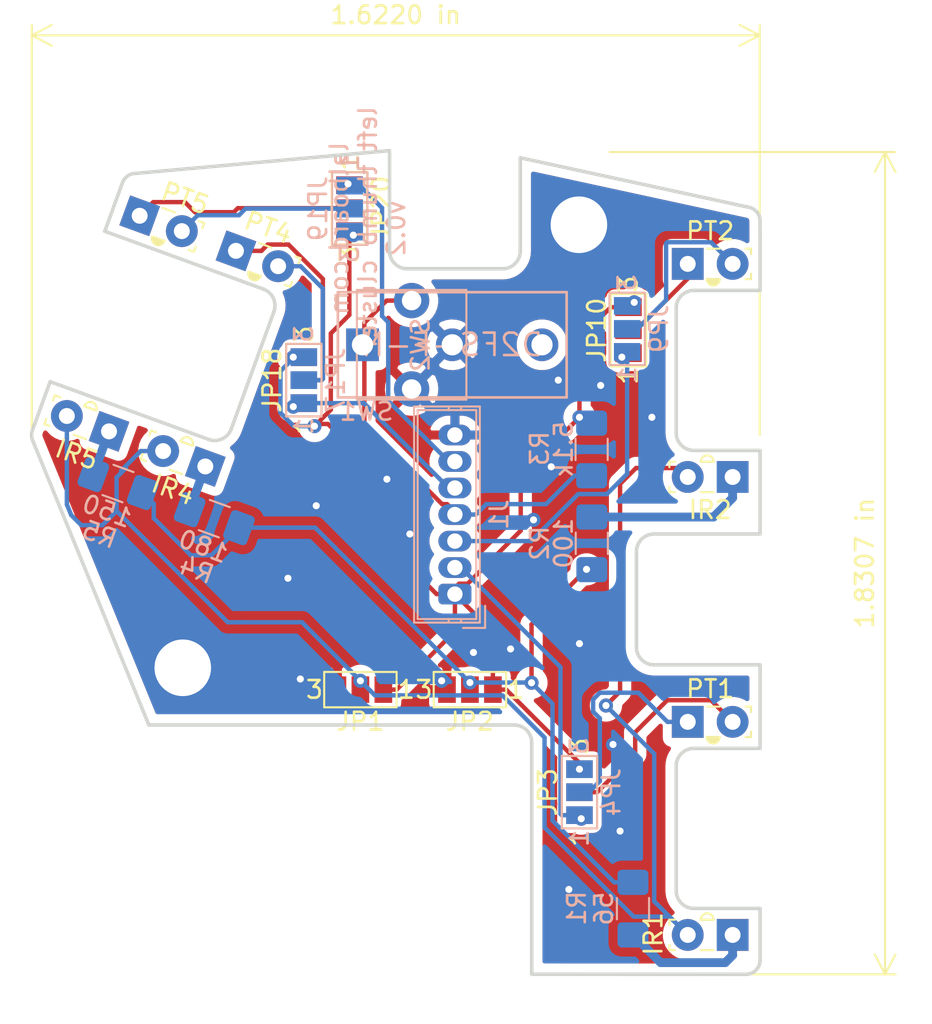
<source format=kicad_pcb>
(kicad_pcb (version 20171130) (host pcbnew "(5.1.4)-1")

  (general
    (thickness 1.6)
    (drawings 121)
    (tracks 219)
    (zones 0)
    (modules 28)
    (nets 23)
  )

  (page A4)
  (layers
    (0 F.Cu signal)
    (31 B.Cu signal)
    (34 B.Paste user)
    (35 F.Paste user)
    (36 B.SilkS user)
    (37 F.SilkS user)
    (38 B.Mask user)
    (39 F.Mask user)
    (40 Dwgs.User user hide)
    (44 Edge.Cuts user)
    (45 Margin user hide)
    (46 B.CrtYd user hide)
    (47 F.CrtYd user)
    (48 B.Fab user hide)
    (49 F.Fab user)
  )

  (setup
    (last_trace_width 0.25)
    (trace_clearance 0.2)
    (zone_clearance 0.508)
    (zone_45_only no)
    (trace_min 0.2)
    (via_size 0.8)
    (via_drill 0.4)
    (via_min_size 0.4)
    (via_min_drill 0.3)
    (uvia_size 0.3)
    (uvia_drill 0.1)
    (uvias_allowed no)
    (uvia_min_size 0.2)
    (uvia_min_drill 0.1)
    (edge_width 0.05)
    (segment_width 0.2)
    (pcb_text_width 0.3)
    (pcb_text_size 1.5 1.5)
    (mod_edge_width 0.12)
    (mod_text_size 1 1)
    (mod_text_width 0.15)
    (pad_size 4.5 4.5)
    (pad_drill 3.2)
    (pad_to_mask_clearance 0.05)
    (aux_axis_origin 150 100)
    (grid_origin 150 100)
    (visible_elements 7FFFFFFF)
    (pcbplotparams
      (layerselection 0x010fc_ffffffff)
      (usegerberextensions false)
      (usegerberattributes true)
      (usegerberadvancedattributes true)
      (creategerberjobfile true)
      (excludeedgelayer true)
      (linewidth 0.100000)
      (plotframeref false)
      (viasonmask false)
      (mode 1)
      (useauxorigin false)
      (hpglpennumber 1)
      (hpglpenspeed 20)
      (hpglpendiameter 15.000000)
      (psnegative false)
      (psa4output false)
      (plotreference true)
      (plotvalue true)
      (plotinvisibletext false)
      (padsonsilk false)
      (subtractmaskfromsilk false)
      (outputformat 1)
      (mirror false)
      (drillshape 0)
      (scaleselection 1)
      (outputdirectory "gerbers/thumb_cluster_left/"))
  )

  (net 0 "")
  (net 1 "Net-(IR1-Pad1)")
  (net 2 +5V)
  (net 3 "Net-(IR2-Pad1)")
  (net 4 "Net-(IR4-Pad1)")
  (net 5 "Net-(IR5-Pad1)")
  (net 6 GND)
  (net 7 C5)
  (net 8 C3)
  (net 9 C4)
  (net 10 C2)
  (net 11 C1)
  (net 12 "Net-(JP3-Pad2)")
  (net 13 "Net-(JP4-Pad2)")
  (net 14 "Net-(JP9-Pad2)")
  (net 15 "Net-(JP10-Pad2)")
  (net 16 "Net-(JP17-Pad2)")
  (net 17 "Net-(JP18-Pad2)")
  (net 18 "Net-(JP19-Pad2)")
  (net 19 "Net-(JP20-Pad2)")
  (net 20 /5VGND)
  (net 21 /GND5V)
  (net 22 "Net-(SW1-Pad3)")

  (net_class Default "This is the default net class."
    (clearance 0.2)
    (trace_width 0.25)
    (via_dia 0.8)
    (via_drill 0.4)
    (uvia_dia 0.3)
    (uvia_drill 0.1)
    (add_net +5V)
    (add_net /5VGND)
    (add_net /GND5V)
    (add_net C1)
    (add_net C2)
    (add_net C3)
    (add_net C4)
    (add_net C5)
    (add_net GND)
    (add_net "Net-(IR1-Pad1)")
    (add_net "Net-(IR2-Pad1)")
    (add_net "Net-(IR4-Pad1)")
    (add_net "Net-(IR5-Pad1)")
    (add_net "Net-(JP10-Pad2)")
    (add_net "Net-(JP17-Pad2)")
    (add_net "Net-(JP18-Pad2)")
    (add_net "Net-(JP19-Pad2)")
    (add_net "Net-(JP20-Pad2)")
    (add_net "Net-(JP3-Pad2)")
    (add_net "Net-(JP4-Pad2)")
    (add_net "Net-(JP9-Pad2)")
    (add_net "Net-(SW1-Pad3)")
  )

  (net_class Power ""
    (clearance 0.2)
    (trace_width 0.5)
    (via_dia 0.8)
    (via_drill 0.4)
    (uvia_dia 0.3)
    (uvia_drill 0.1)
  )

  (module lalboard:Omron-D2FS-F-N-MFG (layer B.Cu) (tedit 61A1F266) (tstamp 61A1F578)
    (at 157.1 73.1)
    (path /61A554B1)
    (fp_text reference SW1 (at -6.475 3.775) (layer B.SilkS)
      (effects (font (size 1 1) (thickness 0.15)) (justify right mirror))
    )
    (fp_text value D2FS-F-N (at 0 0) (layer B.SilkS)
      (effects (font (size 1.27 1.27) (thickness 0.15)) (justify mirror))
    )
    (fp_line (start -6.475 -2.975) (end -6.475 2.975) (layer B.SilkS) (width 0.15))
    (fp_line (start -6.475 -2.975) (end 6.475 -2.975) (layer B.SilkS) (width 0.15))
    (fp_line (start 6.475 -2.975) (end 6.475 2.975) (layer B.SilkS) (width 0.15))
    (fp_line (start -6.475 2.975) (end 6.475 2.975) (layer B.SilkS) (width 0.15))
    (fp_line (start 6.5 -3) (end 6.5 3) (layer B.CrtYd) (width 0.15))
    (fp_line (start -6.5 -3) (end 6.5 -3) (layer B.CrtYd) (width 0.15))
    (fp_line (start -6.5 3) (end -6.5 -3) (layer B.CrtYd) (width 0.15))
    (fp_line (start 6.5 3) (end -6.5 3) (layer B.CrtYd) (width 0.15))
    (fp_line (start 6.5 3) (end 6.5 3) (layer B.CrtYd) (width 0.15))
    (fp_line (start 6.475 -2.975) (end -6.475 -2.975) (layer B.Fab) (width 0.15))
    (fp_line (start 6.475 2.975) (end 6.475 -2.975) (layer B.Fab) (width 0.15))
    (fp_line (start -6.475 2.975) (end 6.475 2.975) (layer B.Fab) (width 0.15))
    (fp_line (start -6.475 -2.975) (end -6.475 2.975) (layer B.Fab) (width 0.15))
    (pad 3 thru_hole circle (at 5.08 0) (size 1.85 1.85) (drill 1.2) (layers *.Cu *.Mask)
      (net 22 "Net-(SW1-Pad3)"))
    (pad 2 thru_hole circle (at 0 0) (size 1.85 1.85) (drill 1.2) (layers *.Cu *.Mask)
      (net 6 GND))
    (pad 1 thru_hole rect (at -5.08 0) (size 1.85 1.85) (drill 1.2) (layers *.Cu *.Mask)
      (net 8 C3))
    (model eec.models/Omron_-_D2FS-F-N.step
      (at (xyz 0 0 0))
      (scale (xyz 1 1 1))
      (rotate (xyz 0 0 0))
    )
  )

  (module lalboard:CMI625501D06 (layer B.Cu) (tedit 61A1ED91) (tstamp 61A1F582)
    (at 154.8 73.1 270)
    (path /61A47E90)
    (fp_text reference SW2 (at 0 -0.5 270) (layer B.SilkS)
      (effects (font (size 1 1) (thickness 0.15)) (justify mirror))
    )
    (fp_text value SW_Push (at 0 0.5 270) (layer B.Fab)
      (effects (font (size 1 1) (thickness 0.15)) (justify mirror))
    )
    (fp_line (start -3.1 -3.1) (end -3.1 3.1) (layer B.SilkS) (width 0.12))
    (fp_line (start 3.1 -3.1) (end -3.1 -3.1) (layer B.SilkS) (width 0.12))
    (fp_line (start 3.1 3.1) (end 3.1 -3.1) (layer B.SilkS) (width 0.12))
    (fp_line (start -3.1 3.1) (end 3.1 3.1) (layer B.SilkS) (width 0.12))
    (pad 2 thru_hole circle (at 2.5 0 270) (size 2 2) (drill 1.1) (layers *.Cu *.Mask)
      (net 6 GND))
    (pad 1 thru_hole circle (at -2.5 0 270) (size 2 2) (drill 1.1) (layers *.Cu *.Mask)
      (net 8 C3))
  )

  (module Jumper:SolderJumper-3_P1.3mm_Open_Pad1.0x1.5mm_NumberLabels (layer F.Cu) (tedit 5A3F6CCC) (tstamp 611BB218)
    (at 151.274999 65.375001 270)
    (descr "SMD Solder Jumper, 1x1.5mm Pads, 0.3mm gap, open, labeled with numbers")
    (tags "solder jumper open")
    (path /615279D1)
    (attr virtual)
    (fp_text reference JP20 (at 0 -1.8 90) (layer F.SilkS)
      (effects (font (size 1 1) (thickness 0.15)))
    )
    (fp_text value SolderJumper_3_Open (at 0 1.9 90) (layer F.Fab)
      (effects (font (size 1 1) (thickness 0.15)))
    )
    (fp_line (start 2.3 1.25) (end -2.3 1.25) (layer F.CrtYd) (width 0.05))
    (fp_line (start 2.3 1.25) (end 2.3 -1.25) (layer F.CrtYd) (width 0.05))
    (fp_line (start -2.3 -1.25) (end -2.3 1.25) (layer F.CrtYd) (width 0.05))
    (fp_line (start -2.3 -1.25) (end 2.3 -1.25) (layer F.CrtYd) (width 0.05))
    (fp_line (start -2.05 -1) (end 2.05 -1) (layer F.SilkS) (width 0.12))
    (fp_line (start 2.05 -1) (end 2.05 1) (layer F.SilkS) (width 0.12))
    (fp_line (start 2.05 1) (end -2.05 1) (layer F.SilkS) (width 0.12))
    (fp_line (start -2.05 1) (end -2.05 -1) (layer F.SilkS) (width 0.12))
    (fp_text user 1 (at -2.6 0 90) (layer F.SilkS)
      (effects (font (size 1 1) (thickness 0.15)))
    )
    (fp_text user 3 (at 2.6 0 90) (layer F.SilkS)
      (effects (font (size 1 1) (thickness 0.15)))
    )
    (pad 1 smd rect (at -1.3 0 270) (size 1 1.5) (layers F.Cu F.Mask)
      (net 7 C5))
    (pad 2 smd rect (at 0 0 270) (size 1 1.5) (layers F.Cu F.Mask)
      (net 19 "Net-(JP20-Pad2)"))
    (pad 3 smd rect (at 1.3 0 270) (size 1 1.5) (layers F.Cu F.Mask)
      (net 2 +5V))
  )

  (module Jumper:SolderJumper-3_P1.3mm_Open_Pad1.0x1.5mm_NumberLabels (layer B.Cu) (tedit 5A3F6CCC) (tstamp 611BB207)
    (at 151.3 65.4 270)
    (descr "SMD Solder Jumper, 1x1.5mm Pads, 0.3mm gap, open, labeled with numbers")
    (tags "solder jumper open")
    (path /61528EBC)
    (attr virtual)
    (fp_text reference JP19 (at 0 1.8 90) (layer B.SilkS)
      (effects (font (size 1 1) (thickness 0.15)) (justify mirror))
    )
    (fp_text value SolderJumper_3_Open (at 0 -1.9 90) (layer B.Fab)
      (effects (font (size 1 1) (thickness 0.15)) (justify mirror))
    )
    (fp_line (start 2.3 -1.25) (end -2.3 -1.25) (layer B.CrtYd) (width 0.05))
    (fp_line (start 2.3 -1.25) (end 2.3 1.25) (layer B.CrtYd) (width 0.05))
    (fp_line (start -2.3 1.25) (end -2.3 -1.25) (layer B.CrtYd) (width 0.05))
    (fp_line (start -2.3 1.25) (end 2.3 1.25) (layer B.CrtYd) (width 0.05))
    (fp_line (start -2.05 1) (end 2.05 1) (layer B.SilkS) (width 0.12))
    (fp_line (start 2.05 1) (end 2.05 -1) (layer B.SilkS) (width 0.12))
    (fp_line (start 2.05 -1) (end -2.05 -1) (layer B.SilkS) (width 0.12))
    (fp_line (start -2.05 -1) (end -2.05 1) (layer B.SilkS) (width 0.12))
    (fp_text user 1 (at -2.6 0 90) (layer B.SilkS)
      (effects (font (size 1 1) (thickness 0.15)) (justify mirror))
    )
    (fp_text user 3 (at 2.6 0 90) (layer B.SilkS)
      (effects (font (size 1 1) (thickness 0.15)) (justify mirror))
    )
    (pad 1 smd rect (at -1.3 0 270) (size 1 1.5) (layers B.Cu B.Mask)
      (net 7 C5))
    (pad 2 smd rect (at 0 0 270) (size 1 1.5) (layers B.Cu B.Mask)
      (net 18 "Net-(JP19-Pad2)"))
    (pad 3 smd rect (at 1.3 0 270) (size 1 1.5) (layers B.Cu B.Mask)
      (net 2 +5V))
  )

  (module Jumper:SolderJumper-3_P1.3mm_Open_Pad1.0x1.5mm_NumberLabels (layer F.Cu) (tedit 5A3F6CCC) (tstamp 611BB1F6)
    (at 148.7 75.1 90)
    (descr "SMD Solder Jumper, 1x1.5mm Pads, 0.3mm gap, open, labeled with numbers")
    (tags "solder jumper open")
    (path /61517454)
    (attr virtual)
    (fp_text reference JP18 (at 0 -1.8 90) (layer F.SilkS)
      (effects (font (size 1 1) (thickness 0.15)))
    )
    (fp_text value SolderJumper_3_Open (at 0 1.9 90) (layer F.Fab)
      (effects (font (size 1 1) (thickness 0.15)))
    )
    (fp_line (start 2.3 1.25) (end -2.3 1.25) (layer F.CrtYd) (width 0.05))
    (fp_line (start 2.3 1.25) (end 2.3 -1.25) (layer F.CrtYd) (width 0.05))
    (fp_line (start -2.3 -1.25) (end -2.3 1.25) (layer F.CrtYd) (width 0.05))
    (fp_line (start -2.3 -1.25) (end 2.3 -1.25) (layer F.CrtYd) (width 0.05))
    (fp_line (start -2.05 -1) (end 2.05 -1) (layer F.SilkS) (width 0.12))
    (fp_line (start 2.05 -1) (end 2.05 1) (layer F.SilkS) (width 0.12))
    (fp_line (start 2.05 1) (end -2.05 1) (layer F.SilkS) (width 0.12))
    (fp_line (start -2.05 1) (end -2.05 -1) (layer F.SilkS) (width 0.12))
    (fp_text user 1 (at -2.6 0 90) (layer F.SilkS)
      (effects (font (size 1 1) (thickness 0.15)))
    )
    (fp_text user 3 (at 2.6 0 90) (layer F.SilkS)
      (effects (font (size 1 1) (thickness 0.15)))
    )
    (pad 1 smd rect (at -1.3 0 90) (size 1 1.5) (layers F.Cu F.Mask)
      (net 9 C4))
    (pad 2 smd rect (at 0 0 90) (size 1 1.5) (layers F.Cu F.Mask)
      (net 17 "Net-(JP18-Pad2)"))
    (pad 3 smd rect (at 1.3 0 90) (size 1 1.5) (layers F.Cu F.Mask)
      (net 2 +5V))
  )

  (module Jumper:SolderJumper-3_P1.3mm_Open_Pad1.0x1.5mm_NumberLabels (layer B.Cu) (tedit 5A3F6CCC) (tstamp 611BB1E5)
    (at 148.7 75.1 90)
    (descr "SMD Solder Jumper, 1x1.5mm Pads, 0.3mm gap, open, labeled with numbers")
    (tags "solder jumper open")
    (path /61519FD9)
    (attr virtual)
    (fp_text reference JP17 (at 0 1.8 90) (layer B.SilkS)
      (effects (font (size 1 1) (thickness 0.15)) (justify mirror))
    )
    (fp_text value SolderJumper_3_Open (at 0 -1.9 90) (layer B.Fab)
      (effects (font (size 1 1) (thickness 0.15)) (justify mirror))
    )
    (fp_line (start 2.3 -1.25) (end -2.3 -1.25) (layer B.CrtYd) (width 0.05))
    (fp_line (start 2.3 -1.25) (end 2.3 1.25) (layer B.CrtYd) (width 0.05))
    (fp_line (start -2.3 1.25) (end -2.3 -1.25) (layer B.CrtYd) (width 0.05))
    (fp_line (start -2.3 1.25) (end 2.3 1.25) (layer B.CrtYd) (width 0.05))
    (fp_line (start -2.05 1) (end 2.05 1) (layer B.SilkS) (width 0.12))
    (fp_line (start 2.05 1) (end 2.05 -1) (layer B.SilkS) (width 0.12))
    (fp_line (start 2.05 -1) (end -2.05 -1) (layer B.SilkS) (width 0.12))
    (fp_line (start -2.05 -1) (end -2.05 1) (layer B.SilkS) (width 0.12))
    (fp_text user 1 (at -2.6 0 90) (layer B.SilkS)
      (effects (font (size 1 1) (thickness 0.15)) (justify mirror))
    )
    (fp_text user 3 (at 2.6 0 90) (layer B.SilkS)
      (effects (font (size 1 1) (thickness 0.15)) (justify mirror))
    )
    (pad 1 smd rect (at -1.3 0 90) (size 1 1.5) (layers B.Cu B.Mask)
      (net 9 C4))
    (pad 2 smd rect (at 0 0 90) (size 1 1.5) (layers B.Cu B.Mask)
      (net 16 "Net-(JP17-Pad2)"))
    (pad 3 smd rect (at 1.3 0 90) (size 1 1.5) (layers B.Cu B.Mask)
      (net 2 +5V))
  )

  (module Jumper:SolderJumper-3_P1.3mm_Open_Pad1.0x1.5mm_NumberLabels (layer F.Cu) (tedit 5A3F6CCC) (tstamp 611BB16E)
    (at 167.075001 72.274999 90)
    (descr "SMD Solder Jumper, 1x1.5mm Pads, 0.3mm gap, open, labeled with numbers")
    (tags "solder jumper open")
    (path /614F66EF)
    (attr virtual)
    (fp_text reference JP10 (at 0 -1.8 90) (layer F.SilkS)
      (effects (font (size 1 1) (thickness 0.15)))
    )
    (fp_text value SolderJumper_3_Open (at 0 1.9 90) (layer F.Fab)
      (effects (font (size 1 1) (thickness 0.15)))
    )
    (fp_line (start 2.3 1.25) (end -2.3 1.25) (layer F.CrtYd) (width 0.05))
    (fp_line (start 2.3 1.25) (end 2.3 -1.25) (layer F.CrtYd) (width 0.05))
    (fp_line (start -2.3 -1.25) (end -2.3 1.25) (layer F.CrtYd) (width 0.05))
    (fp_line (start -2.3 -1.25) (end 2.3 -1.25) (layer F.CrtYd) (width 0.05))
    (fp_line (start -2.05 -1) (end 2.05 -1) (layer F.SilkS) (width 0.12))
    (fp_line (start 2.05 -1) (end 2.05 1) (layer F.SilkS) (width 0.12))
    (fp_line (start 2.05 1) (end -2.05 1) (layer F.SilkS) (width 0.12))
    (fp_line (start -2.05 1) (end -2.05 -1) (layer F.SilkS) (width 0.12))
    (fp_text user 1 (at -2.6 0 90) (layer F.SilkS)
      (effects (font (size 1 1) (thickness 0.15)))
    )
    (fp_text user 3 (at 2.6 0 90) (layer F.SilkS)
      (effects (font (size 1 1) (thickness 0.15)))
    )
    (pad 1 smd rect (at -1.3 0 90) (size 1 1.5) (layers F.Cu F.Mask)
      (net 10 C2))
    (pad 2 smd rect (at 0 0 90) (size 1 1.5) (layers F.Cu F.Mask)
      (net 15 "Net-(JP10-Pad2)"))
    (pad 3 smd rect (at 1.3 0 90) (size 1 1.5) (layers F.Cu F.Mask)
      (net 2 +5V))
  )

  (module Jumper:SolderJumper-3_P1.3mm_Open_Pad1.0x1.5mm_NumberLabels (layer B.Cu) (tedit 5A3F6CCC) (tstamp 611BB15D)
    (at 167 72.2 90)
    (descr "SMD Solder Jumper, 1x1.5mm Pads, 0.3mm gap, open, labeled with numbers")
    (tags "solder jumper open")
    (path /614FC13B)
    (attr virtual)
    (fp_text reference JP9 (at 0 1.8 90) (layer B.SilkS)
      (effects (font (size 1 1) (thickness 0.15)) (justify mirror))
    )
    (fp_text value SolderJumper_3_Open (at 0 -1.9 90) (layer B.Fab)
      (effects (font (size 1 1) (thickness 0.15)) (justify mirror))
    )
    (fp_line (start 2.3 -1.25) (end -2.3 -1.25) (layer B.CrtYd) (width 0.05))
    (fp_line (start 2.3 -1.25) (end 2.3 1.25) (layer B.CrtYd) (width 0.05))
    (fp_line (start -2.3 1.25) (end -2.3 -1.25) (layer B.CrtYd) (width 0.05))
    (fp_line (start -2.3 1.25) (end 2.3 1.25) (layer B.CrtYd) (width 0.05))
    (fp_line (start -2.05 1) (end 2.05 1) (layer B.SilkS) (width 0.12))
    (fp_line (start 2.05 1) (end 2.05 -1) (layer B.SilkS) (width 0.12))
    (fp_line (start 2.05 -1) (end -2.05 -1) (layer B.SilkS) (width 0.12))
    (fp_line (start -2.05 -1) (end -2.05 1) (layer B.SilkS) (width 0.12))
    (fp_text user 1 (at -2.6 0 90) (layer B.SilkS)
      (effects (font (size 1 1) (thickness 0.15)) (justify mirror))
    )
    (fp_text user 3 (at 2.6 0 90) (layer B.SilkS)
      (effects (font (size 1 1) (thickness 0.15)) (justify mirror))
    )
    (pad 1 smd rect (at -1.3 0 90) (size 1 1.5) (layers B.Cu B.Mask)
      (net 10 C2))
    (pad 2 smd rect (at 0 0 90) (size 1 1.5) (layers B.Cu B.Mask)
      (net 14 "Net-(JP9-Pad2)"))
    (pad 3 smd rect (at 1.3 0 90) (size 1 1.5) (layers B.Cu B.Mask)
      (net 2 +5V))
  )

  (module Jumper:SolderJumper-3_P1.3mm_Open_Pad1.0x1.5mm_NumberLabels (layer B.Cu) (tedit 5A3F6CCC) (tstamp 611BA32D)
    (at 164.3 98.4 90)
    (descr "SMD Solder Jumper, 1x1.5mm Pads, 0.3mm gap, open, labeled with numbers")
    (tags "solder jumper open")
    (path /614C3BC8)
    (attr virtual)
    (fp_text reference JP4 (at 0 1.8 90) (layer B.SilkS)
      (effects (font (size 1 1) (thickness 0.15)) (justify mirror))
    )
    (fp_text value SolderJumper_3_Open (at 0 -1.9 90) (layer B.Fab)
      (effects (font (size 1 1) (thickness 0.15)) (justify mirror))
    )
    (fp_line (start 2.3 -1.25) (end -2.3 -1.25) (layer B.CrtYd) (width 0.05))
    (fp_line (start 2.3 -1.25) (end 2.3 1.25) (layer B.CrtYd) (width 0.05))
    (fp_line (start -2.3 1.25) (end -2.3 -1.25) (layer B.CrtYd) (width 0.05))
    (fp_line (start -2.3 1.25) (end 2.3 1.25) (layer B.CrtYd) (width 0.05))
    (fp_line (start -2.05 1) (end 2.05 1) (layer B.SilkS) (width 0.12))
    (fp_line (start 2.05 1) (end 2.05 -1) (layer B.SilkS) (width 0.12))
    (fp_line (start 2.05 -1) (end -2.05 -1) (layer B.SilkS) (width 0.12))
    (fp_line (start -2.05 -1) (end -2.05 1) (layer B.SilkS) (width 0.12))
    (fp_text user 1 (at -2.6 0 90) (layer B.SilkS)
      (effects (font (size 1 1) (thickness 0.15)) (justify mirror))
    )
    (fp_text user 3 (at 2.6 0 90) (layer B.SilkS)
      (effects (font (size 1 1) (thickness 0.15)) (justify mirror))
    )
    (pad 1 smd rect (at -1.3 0 90) (size 1 1.5) (layers B.Cu B.Mask)
      (net 11 C1))
    (pad 2 smd rect (at 0 0 90) (size 1 1.5) (layers B.Cu B.Mask)
      (net 13 "Net-(JP4-Pad2)"))
    (pad 3 smd rect (at 1.3 0 90) (size 1 1.5) (layers B.Cu B.Mask)
      (net 2 +5V))
  )

  (module Jumper:SolderJumper-3_P1.3mm_Open_Pad1.0x1.5mm_NumberLabels (layer F.Cu) (tedit 5A3F6CCC) (tstamp 611BA31C)
    (at 164.3 98.4 90)
    (descr "SMD Solder Jumper, 1x1.5mm Pads, 0.3mm gap, open, labeled with numbers")
    (tags "solder jumper open")
    (path /614BDA05)
    (attr virtual)
    (fp_text reference JP3 (at 0 -1.8 90) (layer F.SilkS)
      (effects (font (size 1 1) (thickness 0.15)))
    )
    (fp_text value SolderJumper_3_Open (at 0 1.9 90) (layer F.Fab)
      (effects (font (size 1 1) (thickness 0.15)))
    )
    (fp_line (start 2.3 1.25) (end -2.3 1.25) (layer F.CrtYd) (width 0.05))
    (fp_line (start 2.3 1.25) (end 2.3 -1.25) (layer F.CrtYd) (width 0.05))
    (fp_line (start -2.3 -1.25) (end -2.3 1.25) (layer F.CrtYd) (width 0.05))
    (fp_line (start -2.3 -1.25) (end 2.3 -1.25) (layer F.CrtYd) (width 0.05))
    (fp_line (start -2.05 -1) (end 2.05 -1) (layer F.SilkS) (width 0.12))
    (fp_line (start 2.05 -1) (end 2.05 1) (layer F.SilkS) (width 0.12))
    (fp_line (start 2.05 1) (end -2.05 1) (layer F.SilkS) (width 0.12))
    (fp_line (start -2.05 1) (end -2.05 -1) (layer F.SilkS) (width 0.12))
    (fp_text user 1 (at -2.6 0 90) (layer F.SilkS)
      (effects (font (size 1 1) (thickness 0.15)))
    )
    (fp_text user 3 (at 2.6 0 90) (layer F.SilkS)
      (effects (font (size 1 1) (thickness 0.15)))
    )
    (pad 1 smd rect (at -1.3 0 90) (size 1 1.5) (layers F.Cu F.Mask)
      (net 11 C1))
    (pad 2 smd rect (at 0 0 90) (size 1 1.5) (layers F.Cu F.Mask)
      (net 12 "Net-(JP3-Pad2)"))
    (pad 3 smd rect (at 1.3 0 90) (size 1 1.5) (layers F.Cu F.Mask)
      (net 2 +5V))
  )

  (module Jumper:SolderJumper-3_P1.3mm_Open_Pad1.0x1.5mm_NumberLabels (layer F.Cu) (tedit 5A3F6CCC) (tstamp 611BA30B)
    (at 158.1 92.6 180)
    (descr "SMD Solder Jumper, 1x1.5mm Pads, 0.3mm gap, open, labeled with numbers")
    (tags "solder jumper open")
    (path /614C7711)
    (attr virtual)
    (fp_text reference JP2 (at 0 -1.8) (layer F.SilkS)
      (effects (font (size 1 1) (thickness 0.15)))
    )
    (fp_text value SolderJumper_3_Open (at 0 1.9) (layer F.Fab)
      (effects (font (size 1 1) (thickness 0.15)))
    )
    (fp_line (start 2.3 1.25) (end -2.3 1.25) (layer F.CrtYd) (width 0.05))
    (fp_line (start 2.3 1.25) (end 2.3 -1.25) (layer F.CrtYd) (width 0.05))
    (fp_line (start -2.3 -1.25) (end -2.3 1.25) (layer F.CrtYd) (width 0.05))
    (fp_line (start -2.3 -1.25) (end 2.3 -1.25) (layer F.CrtYd) (width 0.05))
    (fp_line (start -2.05 -1) (end 2.05 -1) (layer F.SilkS) (width 0.12))
    (fp_line (start 2.05 -1) (end 2.05 1) (layer F.SilkS) (width 0.12))
    (fp_line (start 2.05 1) (end -2.05 1) (layer F.SilkS) (width 0.12))
    (fp_line (start -2.05 1) (end -2.05 -1) (layer F.SilkS) (width 0.12))
    (fp_text user 1 (at -2.6 0) (layer F.SilkS)
      (effects (font (size 1 1) (thickness 0.15)))
    )
    (fp_text user 3 (at 2.6 0) (layer F.SilkS)
      (effects (font (size 1 1) (thickness 0.15)))
    )
    (pad 1 smd rect (at -1.3 0 180) (size 1 1.5) (layers F.Cu F.Mask)
      (net 2 +5V))
    (pad 2 smd rect (at 0 0 180) (size 1 1.5) (layers F.Cu F.Mask)
      (net 21 /GND5V))
    (pad 3 smd rect (at 1.3 0 180) (size 1 1.5) (layers F.Cu F.Mask)
      (net 6 GND))
  )

  (module Jumper:SolderJumper-3_P1.3mm_Open_Pad1.0x1.5mm_NumberLabels (layer F.Cu) (tedit 5A3F6CCC) (tstamp 611BA2FA)
    (at 151.9 92.6 180)
    (descr "SMD Solder Jumper, 1x1.5mm Pads, 0.3mm gap, open, labeled with numbers")
    (tags "solder jumper open")
    (path /614C5C54)
    (attr virtual)
    (fp_text reference JP1 (at 0 -1.8) (layer F.SilkS)
      (effects (font (size 1 1) (thickness 0.15)))
    )
    (fp_text value SolderJumper_3_Open (at 0 1.9) (layer F.Fab)
      (effects (font (size 1 1) (thickness 0.15)))
    )
    (fp_line (start 2.3 1.25) (end -2.3 1.25) (layer F.CrtYd) (width 0.05))
    (fp_line (start 2.3 1.25) (end 2.3 -1.25) (layer F.CrtYd) (width 0.05))
    (fp_line (start -2.3 -1.25) (end -2.3 1.25) (layer F.CrtYd) (width 0.05))
    (fp_line (start -2.3 -1.25) (end 2.3 -1.25) (layer F.CrtYd) (width 0.05))
    (fp_line (start -2.05 -1) (end 2.05 -1) (layer F.SilkS) (width 0.12))
    (fp_line (start 2.05 -1) (end 2.05 1) (layer F.SilkS) (width 0.12))
    (fp_line (start 2.05 1) (end -2.05 1) (layer F.SilkS) (width 0.12))
    (fp_line (start -2.05 1) (end -2.05 -1) (layer F.SilkS) (width 0.12))
    (fp_text user 1 (at -2.6 0) (layer F.SilkS)
      (effects (font (size 1 1) (thickness 0.15)))
    )
    (fp_text user 3 (at 2.6 0) (layer F.SilkS)
      (effects (font (size 1 1) (thickness 0.15)))
    )
    (pad 1 smd rect (at -1.3 0 180) (size 1 1.5) (layers F.Cu F.Mask)
      (net 2 +5V))
    (pad 2 smd rect (at 0 0 180) (size 1 1.5) (layers F.Cu F.Mask)
      (net 20 /5VGND))
    (pad 3 smd rect (at 1.3 0 180) (size 1 1.5) (layers F.Cu F.Mask)
      (net 6 GND))
  )

  (module MountingHole:MountingHole_3.2mm_M3_Pad (layer F.Cu) (tedit 6086732B) (tstamp 605868AF)
    (at 164.268872 66.312121 180)
    (descr "Mounting Hole 3.2mm, M3")
    (tags "mounting hole 3.2mm m3")
    (path /6086CECE)
    (attr virtual)
    (fp_text reference H2 (at 0 -4.2) (layer F.SilkS) hide
      (effects (font (size 1 1) (thickness 0.15)))
    )
    (fp_text value MountingHole_Pad (at 0 4.2) (layer F.Fab)
      (effects (font (size 1 1) (thickness 0.15)))
    )
    (fp_circle (center 0 0) (end 3.2 0) (layer Cmts.User) (width 0.15))
    (fp_circle (center 0 0) (end 3.45 0) (layer F.CrtYd) (width 0.05))
    (fp_text user %R (at 0.3 0) (layer F.Fab) hide
      (effects (font (size 1 1) (thickness 0.15)))
    )
    (pad 1 thru_hole circle (at 0 0 180) (size 4.5 4.5) (drill 3.2) (layers *.Cu *.Mask)
      (net 6 GND) (zone_connect 2))
  )

  (module MountingHole:MountingHole_3.2mm_M3_Pad (layer F.Cu) (tedit 60867332) (tstamp 60586946)
    (at 141.845155 91.366078)
    (descr "Mounting Hole 3.2mm, M3")
    (tags "mounting hole 3.2mm m3")
    (path /60869011)
    (attr virtual)
    (fp_text reference H1 (at 0 -4.2) (layer F.SilkS) hide
      (effects (font (size 1 1) (thickness 0.15)))
    )
    (fp_text value MountingHole_Pad (at 0 4.2) (layer F.Fab)
      (effects (font (size 1 1) (thickness 0.15)))
    )
    (fp_circle (center 0 0) (end 3.2 0) (layer Cmts.User) (width 0.15))
    (fp_circle (center 0 0) (end 3.45 0) (layer F.CrtYd) (width 0.05))
    (fp_text user %R (at 0.3 0) (layer F.Fab) hide
      (effects (font (size 1 1) (thickness 0.15)))
    )
    (pad 1 thru_hole circle (at 0 0) (size 4.5 4.5) (drill 3.2) (layers *.Cu *.Mask)
      (net 6 GND) (zone_connect 2))
  )

  (module lalboard:JST_ZH_B7B-ZR_1x07_P1.50mm_Vertical (layer B.Cu) (tedit 5D1DE247) (tstamp 605867E6)
    (at 157.25 87.2 90)
    (descr "Wuerth WR-WTB series connector, 64800711622 (https://katalog.we-online.com/em/datasheet/6480xx11622.pdf), generated with kicad-footprint-generator")
    (tags "connector Wuerth WR-WTB vertical")
    (path /5F95ECA5)
    (fp_text reference J1 (at 4.5 2.5 90) (layer B.SilkS)
      (effects (font (size 1 1) (thickness 0.15)) (justify mirror))
    )
    (fp_text value Conn_01x07 (at 4.5 -3.4 90) (layer B.Fab)
      (effects (font (size 1 1) (thickness 0.15)) (justify mirror))
    )
    (fp_line (start 11 1.8) (end -2 1.8) (layer B.CrtYd) (width 0.05))
    (fp_line (start 11 -2.7) (end 11 1.8) (layer B.CrtYd) (width 0.05))
    (fp_line (start -2 -2.7) (end 11 -2.7) (layer B.CrtYd) (width 0.05))
    (fp_line (start -2 1.8) (end -2 -2.7) (layer B.CrtYd) (width 0.05))
    (fp_line (start -1.91 1.71) (end -1.91 0.46) (layer B.SilkS) (width 0.12))
    (fp_line (start -0.66 1.71) (end -1.91 1.71) (layer B.SilkS) (width 0.12))
    (fp_line (start 10.41 -2.11) (end 10.41 -0.35) (layer B.SilkS) (width 0.12))
    (fp_line (start -1.41 -2.11) (end 10.41 -2.11) (layer B.SilkS) (width 0.12))
    (fp_line (start -1.41 -0.35) (end -1.41 -2.11) (layer B.SilkS) (width 0.12))
    (fp_line (start 10.41 -0.35) (end 10.61 -0.35) (layer B.SilkS) (width 0.12))
    (fp_line (start 10.41 0.35) (end 10.41 -0.35) (layer B.SilkS) (width 0.12))
    (fp_line (start -1.41 -0.35) (end -1.61 -0.35) (layer B.SilkS) (width 0.12))
    (fp_line (start -1.41 0.35) (end -1.41 -0.35) (layer B.SilkS) (width 0.12))
    (fp_line (start 10.41 0.35) (end 10.61 0.35) (layer B.SilkS) (width 0.12))
    (fp_line (start 10.41 1.21) (end 10.41 0.35) (layer B.SilkS) (width 0.12))
    (fp_line (start -1.41 1.21) (end 10.41 1.21) (layer B.SilkS) (width 0.12))
    (fp_line (start -1.41 0.35) (end -1.41 1.21) (layer B.SilkS) (width 0.12))
    (fp_line (start -1.61 0.35) (end -1.41 0.35) (layer B.SilkS) (width 0.12))
    (fp_line (start 10.61 1.41) (end -1.61 1.41) (layer B.SilkS) (width 0.12))
    (fp_line (start 10.61 -2.31) (end 10.61 1.41) (layer B.SilkS) (width 0.12))
    (fp_line (start -1.61 -2.31) (end 10.61 -2.31) (layer B.SilkS) (width 0.12))
    (fp_line (start -1.61 1.41) (end -1.61 -2.31) (layer B.SilkS) (width 0.12))
    (fp_line (start 0 0.3) (end 1 1.3) (layer B.Fab) (width 0.1))
    (fp_line (start -1 1.3) (end 0 0.3) (layer B.Fab) (width 0.1))
    (fp_line (start 10.5 1.3) (end -1.5 1.3) (layer B.Fab) (width 0.1))
    (fp_line (start 10.5 -2.2) (end 10.5 1.3) (layer B.Fab) (width 0.1))
    (fp_line (start -1.5 -2.2) (end 10.5 -2.2) (layer B.Fab) (width 0.1))
    (fp_line (start -1.5 1.3) (end -1.5 -2.2) (layer B.Fab) (width 0.1))
    (fp_text user %R (at 4.5 -1.5 90) (layer B.Fab)
      (effects (font (size 1 1) (thickness 0.15)) (justify mirror))
    )
    (pad 7 thru_hole oval (at 9 0 90) (size 1.17 1.87) (drill 0.87) (layers *.Cu *.Mask)
      (net 6 GND))
    (pad 6 thru_hole oval (at 7.5 0 90) (size 1.17 1.87) (drill 0.87) (layers *.Cu *.Mask)
      (net 7 C5))
    (pad 5 thru_hole oval (at 6 0 90) (size 1.17 1.87) (drill 0.87) (layers *.Cu *.Mask)
      (net 9 C4))
    (pad 4 thru_hole oval (at 4.5 0 90) (size 1.17 1.87) (drill 0.87) (layers *.Cu *.Mask)
      (net 8 C3))
    (pad 3 thru_hole oval (at 3 0 90) (size 1.17 1.87) (drill 0.87) (layers *.Cu *.Mask)
      (net 10 C2))
    (pad 2 thru_hole oval (at 1.5 0 90) (size 1.17 1.87) (drill 0.87) (layers *.Cu *.Mask)
      (net 11 C1))
    (pad 1 thru_hole roundrect (at 0 0 90) (size 1.17 1.87) (drill 0.87) (layers *.Cu *.Mask) (roundrect_rratio 0.213675)
      (net 2 +5V))
    (model ${KISYS3DMOD}/Connector_Wuerth.3dshapes/Wuerth_WR-WTB_64800711622_1x07_P1.50mm_Vertical.wrl
      (at (xyz 0 0 0))
      (scale (xyz 1 1 1))
      (rotate (xyz 0 0 0))
    )
  )

  (module Resistor_SMD:R_1206_3216Metric_Pad1.42x1.75mm_HandSolder (layer B.Cu) (tedit 5B301BBD) (tstamp 60586966)
    (at 167.33 104.985417 270)
    (descr "Resistor SMD 1206 (3216 Metric), square (rectangular) end terminal, IPC_7351 nominal with elongated pad for handsoldering. (Body size source: http://www.tortai-tech.com/upload/download/2011102023233369053.pdf), generated with kicad-footprint-generator")
    (tags "resistor handsolder")
    (path /5F993655)
    (attr smd)
    (fp_text reference R1 (at -0.019339 3.184845 90) (layer B.SilkS)
      (effects (font (size 1 1) (thickness 0.15)) (justify mirror))
    )
    (fp_text value 56 (at 0 1.651651 90) (layer B.SilkS)
      (effects (font (size 1 1) (thickness 0.15)) (justify mirror))
    )
    (fp_line (start 2.45 -1.12) (end -2.45 -1.12) (layer B.CrtYd) (width 0.05))
    (fp_line (start 2.45 1.12) (end 2.45 -1.12) (layer B.CrtYd) (width 0.05))
    (fp_line (start -2.45 1.12) (end 2.45 1.12) (layer B.CrtYd) (width 0.05))
    (fp_line (start -2.45 -1.12) (end -2.45 1.12) (layer B.CrtYd) (width 0.05))
    (fp_line (start -0.602064 -0.91) (end 0.602064 -0.91) (layer B.SilkS) (width 0.12))
    (fp_line (start -0.602064 0.91) (end 0.602064 0.91) (layer B.SilkS) (width 0.12))
    (fp_line (start 1.6 -0.8) (end -1.6 -0.8) (layer B.Fab) (width 0.1))
    (fp_line (start 1.6 0.8) (end 1.6 -0.8) (layer B.Fab) (width 0.1))
    (fp_line (start -1.6 0.8) (end 1.6 0.8) (layer B.Fab) (width 0.1))
    (fp_line (start -1.6 -0.8) (end -1.6 0.8) (layer B.Fab) (width 0.1))
    (fp_text user %R (at 0 0 90) (layer B.Fab)
      (effects (font (size 0.8 0.8) (thickness 0.12)) (justify mirror))
    )
    (pad 2 smd roundrect (at 1.4875 0 270) (size 1.425 1.75) (layers B.Cu B.Paste B.Mask) (roundrect_rratio 0.175439)
      (net 1 "Net-(IR1-Pad1)"))
    (pad 1 smd roundrect (at -1.4875 0 270) (size 1.425 1.75) (layers B.Cu B.Paste B.Mask) (roundrect_rratio 0.175439)
      (net 21 /GND5V))
    (model ${KISYS3DMOD}/Resistor_SMD.3dshapes/R_1206_3216Metric.wrl
      (at (xyz 0 0 0))
      (scale (xyz 1 1 1))
      (rotate (xyz 0 0 0))
    )
  )

  (module lalboard:IR908-7C-F (layer F.Cu) (tedit 6055BD66) (tstamp 6058694D)
    (at 143.121521 79.979644 160)
    (descr "LED_SideEmitter_Rectangular, Rectangular, SideEmitter,  Rectangular size 4.5x1.6mm^2, 2 pins, http://cdn-reichelt.de/documents/datenblatt/A500/LED15MMGE_LED15MMGN%23KIN.pdf")
    (tags "LED_SideEmitter_Rectangular Rectangular SideEmitter  Rectangular size 4.5x1.6mm^2 2 pins")
    (path /6061505D)
    (fp_text reference IR4 (at 1.27 -1.86 160) (layer F.SilkS)
      (effects (font (size 1 1) (thickness 0.15)))
    )
    (fp_text value IR908-7C-F (at 1.053317 -1.91035 160) (layer F.Fab)
      (effects (font (size 1 1) (thickness 0.15)))
    )
    (fp_line (start 1.08 0.861) (end 1.8 0.861) (layer F.SilkS) (width 0.12))
    (fp_line (start 3.85 -1.15) (end -1.3 -1.15) (layer F.CrtYd) (width 0.05))
    (fp_line (start 3.85 1.15) (end 3.85 -1.15) (layer F.CrtYd) (width 0.05))
    (fp_line (start -1.3 1.15) (end 3.85 1.15) (layer F.CrtYd) (width 0.05))
    (fp_line (start -1.3 -1.15) (end -1.3 1.15) (layer F.CrtYd) (width 0.05))
    (fp_line (start 3.58 0.555) (end 3.58 0.861) (layer F.SilkS) (width 0.12))
    (fp_line (start 3.58 -0.861) (end 3.58 -0.555) (layer F.SilkS) (width 0.12))
    (fp_line (start 3.27 0.861) (end 3.58 0.861) (layer F.SilkS) (width 0.12))
    (fp_line (start 1.08 0.861) (end 1.811 0.861) (layer F.SilkS) (width 0.12))
    (fp_line (start 3.27 -0.861) (end 3.58 -0.861) (layer F.SilkS) (width 0.12))
    (fp_line (start 1.08 -0.861) (end 1.811 -0.861) (layer F.SilkS) (width 0.12))
    (fp_line (start 3.52 -0.8) (end -0.98 -0.8) (layer F.Fab) (width 0.1))
    (fp_line (start 3.52 0.8) (end 3.52 -0.8) (layer F.Fab) (width 0.1))
    (fp_line (start -0.98 0.8) (end 3.52 0.8) (layer F.Fab) (width 0.1))
    (fp_line (start -0.98 -0.8) (end -0.98 0.8) (layer F.Fab) (width 0.1))
    (fp_arc (start 1.44 0.861) (end 1.08 0.861) (angle -180) (layer F.SilkS) (width 0.12))
    (pad 1 thru_hole rect (at 0 0 160) (size 1.8 1.8) (drill 0.9) (layers *.Cu *.Mask)
      (net 4 "Net-(IR4-Pad1)"))
    (pad 2 thru_hole circle (at 2.54 0 165) (size 1.8 1.8) (drill 0.9) (layers *.Cu *.Mask)
      (net 20 /5VGND))
    (model ${KISYS3DMOD}/LED_THT.3dshapes/LED_SideEmitter_Rectangular_W4.5mm_H1.6mm.wrl
      (at (xyz 0 0 0))
      (scale (xyz 1 1 1))
      (rotate (xyz 0 0 0))
    )
  )

  (module Resistor_SMD:R_1206_3216Metric_Pad1.42x1.75mm_HandSolder (layer B.Cu) (tedit 5B301BBD) (tstamp 60586935)
    (at 138.179844 80.947884 160)
    (descr "Resistor SMD 1206 (3216 Metric), square (rectangular) end terminal, IPC_7351 nominal with elongated pad for handsoldering. (Body size source: http://www.tortai-tech.com/upload/download/2011102023233369053.pdf), generated with kicad-footprint-generator")
    (tags "resistor handsolder")
    (path /60615DDB)
    (attr smd)
    (fp_text reference R5 (at 0 -3.068796 160) (layer B.SilkS)
      (effects (font (size 1 1) (thickness 0.15)) (justify mirror))
    )
    (fp_text value 150 (at 0.054082 -1.671412 160) (layer B.SilkS)
      (effects (font (size 1 1) (thickness 0.15)) (justify mirror))
    )
    (fp_line (start 2.45 -1.12) (end -2.45 -1.12) (layer B.CrtYd) (width 0.05))
    (fp_line (start 2.45 1.12) (end 2.45 -1.12) (layer B.CrtYd) (width 0.05))
    (fp_line (start -2.45 1.12) (end 2.45 1.12) (layer B.CrtYd) (width 0.05))
    (fp_line (start -2.45 -1.12) (end -2.45 1.12) (layer B.CrtYd) (width 0.05))
    (fp_line (start -0.602064 -0.91) (end 0.602064 -0.91) (layer B.SilkS) (width 0.12))
    (fp_line (start -0.602064 0.91) (end 0.602064 0.91) (layer B.SilkS) (width 0.12))
    (fp_line (start 1.6 -0.8) (end -1.6 -0.8) (layer B.Fab) (width 0.1))
    (fp_line (start 1.6 0.8) (end 1.6 -0.8) (layer B.Fab) (width 0.1))
    (fp_line (start -1.6 0.8) (end 1.6 0.8) (layer B.Fab) (width 0.1))
    (fp_line (start -1.6 -0.8) (end -1.6 0.8) (layer B.Fab) (width 0.1))
    (fp_text user %R (at 0 0 160) (layer B.Fab)
      (effects (font (size 0.8 0.8) (thickness 0.12)) (justify mirror))
    )
    (pad 2 smd roundrect (at 1.4875 0 160) (size 1.425 1.75) (layers B.Cu B.Paste B.Mask) (roundrect_rratio 0.175439)
      (net 5 "Net-(IR5-Pad1)"))
    (pad 1 smd roundrect (at -1.4875 0 160) (size 1.425 1.75) (layers B.Cu B.Paste B.Mask) (roundrect_rratio 0.175439)
      (net 21 /GND5V))
    (model ${KISYS3DMOD}/Resistor_SMD.3dshapes/R_1206_3216Metric.wrl
      (at (xyz 0 0 0))
      (scale (xyz 1 1 1))
      (rotate (xyz 0 0 0))
    )
  )

  (module lalboard:PT908-7C-F (layer F.Cu) (tedit 5FA098B1) (tstamp 6058691A)
    (at 144.856046 67.787618 340)
    (descr "LED_SideEmitter_Rectangular, Rectangular, SideEmitter,  Rectangular size 4.5x1.6mm^2, 2 pins, http://cdn-reichelt.de/documents/datenblatt/A500/LED15MMGE_LED15MMGN%23KIN.pdf")
    (tags "LED_SideEmitter_Rectangular Rectangular SideEmitter  Rectangular size 4.5x1.6mm^2 2 pins")
    (path /6061504A)
    (fp_text reference PT4 (at 1.27 -1.86 160) (layer F.SilkS)
      (effects (font (size 1 1) (thickness 0.15)))
    )
    (fp_text value PT908-7B-F (at 1.27 1.86 160) (layer F.Fab)
      (effects (font (size 1 1) (thickness 0.15)))
    )
    (fp_poly (pts (xy 1.57 1.121) (xy 1.28 1.121) (xy 1.16 0.931) (xy 1.16 0.921)
      (xy 1.73 0.921)) (layer F.SilkS) (width 0.1))
    (fp_line (start 1.08 0.861) (end 1.8 0.861) (layer F.SilkS) (width 0.12))
    (fp_line (start 3.85 -1.15) (end -1.3 -1.15) (layer F.CrtYd) (width 0.05))
    (fp_line (start 3.85 1.15) (end 3.85 -1.15) (layer F.CrtYd) (width 0.05))
    (fp_line (start -1.3 1.15) (end 3.85 1.15) (layer F.CrtYd) (width 0.05))
    (fp_line (start -1.3 -1.15) (end -1.3 1.15) (layer F.CrtYd) (width 0.05))
    (fp_line (start 3.58 0.555) (end 3.58 0.861) (layer F.SilkS) (width 0.12))
    (fp_line (start 3.58 -0.861) (end 3.58 -0.555) (layer F.SilkS) (width 0.12))
    (fp_line (start 3.27 0.861) (end 3.58 0.861) (layer F.SilkS) (width 0.12))
    (fp_line (start 1.08 0.861) (end 1.811 0.861) (layer F.SilkS) (width 0.12))
    (fp_line (start 3.27 -0.861) (end 3.58 -0.861) (layer F.SilkS) (width 0.12))
    (fp_line (start 1.08 -0.861) (end 1.811 -0.861) (layer F.SilkS) (width 0.12))
    (fp_line (start 3.52 -0.8) (end -0.98 -0.8) (layer F.Fab) (width 0.1))
    (fp_line (start 3.52 0.8) (end 3.52 -0.8) (layer F.Fab) (width 0.1))
    (fp_line (start -0.98 0.8) (end 3.52 0.8) (layer F.Fab) (width 0.1))
    (fp_line (start -0.98 -0.8) (end -0.98 0.8) (layer F.Fab) (width 0.1))
    (fp_arc (start 1.44 0.861) (end 1.08 0.861) (angle -180) (layer F.SilkS) (width 0.12))
    (pad 1 thru_hole rect (at 0 0 340) (size 1.8 1.8) (drill 0.9) (layers *.Cu *.Mask)
      (net 17 "Net-(JP18-Pad2)"))
    (pad 2 thru_hole circle (at 2.54 0 340) (size 1.8 1.8) (drill 0.9) (layers *.Cu *.Mask)
      (net 16 "Net-(JP17-Pad2)"))
    (model ${KISYS3DMOD}/LED_THT.3dshapes/LED_SideEmitter_Rectangular_W4.5mm_H1.6mm.wrl
      (at (xyz 0 0 0))
      (scale (xyz 1 1 1))
      (rotate (xyz 0 0 0))
    )
  )

  (module lalboard:PT908-7C-F (layer F.Cu) (tedit 5FA098B1) (tstamp 605868FC)
    (at 139.405827 65.8039 340)
    (descr "LED_SideEmitter_Rectangular, Rectangular, SideEmitter,  Rectangular size 4.5x1.6mm^2, 2 pins, http://cdn-reichelt.de/documents/datenblatt/A500/LED15MMGE_LED15MMGN%23KIN.pdf")
    (tags "LED_SideEmitter_Rectangular Rectangular SideEmitter  Rectangular size 4.5x1.6mm^2 2 pins")
    (path /60615DCE)
    (fp_text reference PT5 (at 2.078995 -1.809558 160) (layer F.SilkS)
      (effects (font (size 1 1) (thickness 0.15)))
    )
    (fp_text value PT908-7B-F (at 1.352807 -1.758082 160) (layer F.Fab)
      (effects (font (size 1 1) (thickness 0.15)))
    )
    (fp_poly (pts (xy 1.57 1.121) (xy 1.28 1.121) (xy 1.16 0.931) (xy 1.16 0.921)
      (xy 1.73 0.921)) (layer F.SilkS) (width 0.1))
    (fp_line (start 1.08 0.861) (end 1.8 0.861) (layer F.SilkS) (width 0.12))
    (fp_line (start 3.85 -1.15) (end -1.3 -1.15) (layer F.CrtYd) (width 0.05))
    (fp_line (start 3.85 1.15) (end 3.85 -1.15) (layer F.CrtYd) (width 0.05))
    (fp_line (start -1.3 1.15) (end 3.85 1.15) (layer F.CrtYd) (width 0.05))
    (fp_line (start -1.3 -1.15) (end -1.3 1.15) (layer F.CrtYd) (width 0.05))
    (fp_line (start 3.58 0.555) (end 3.58 0.861) (layer F.SilkS) (width 0.12))
    (fp_line (start 3.58 -0.861) (end 3.58 -0.555) (layer F.SilkS) (width 0.12))
    (fp_line (start 3.27 0.861) (end 3.58 0.861) (layer F.SilkS) (width 0.12))
    (fp_line (start 1.08 0.861) (end 1.811 0.861) (layer F.SilkS) (width 0.12))
    (fp_line (start 3.27 -0.861) (end 3.58 -0.861) (layer F.SilkS) (width 0.12))
    (fp_line (start 1.08 -0.861) (end 1.811 -0.861) (layer F.SilkS) (width 0.12))
    (fp_line (start 3.52 -0.8) (end -0.98 -0.8) (layer F.Fab) (width 0.1))
    (fp_line (start 3.52 0.8) (end 3.52 -0.8) (layer F.Fab) (width 0.1))
    (fp_line (start -0.98 0.8) (end 3.52 0.8) (layer F.Fab) (width 0.1))
    (fp_line (start -0.98 -0.8) (end -0.98 0.8) (layer F.Fab) (width 0.1))
    (fp_arc (start 1.44 0.861) (end 1.08 0.861) (angle -180) (layer F.SilkS) (width 0.12))
    (pad 1 thru_hole rect (at 0 0 340) (size 1.8 1.8) (drill 0.9) (layers *.Cu *.Mask)
      (net 19 "Net-(JP20-Pad2)"))
    (pad 2 thru_hole circle (at 2.54 0 340) (size 1.8 1.8) (drill 0.9) (layers *.Cu *.Mask)
      (net 18 "Net-(JP19-Pad2)"))
    (model ${KISYS3DMOD}/LED_THT.3dshapes/LED_SideEmitter_Rectangular_W4.5mm_H1.6mm.wrl
      (at (xyz 0 0 0))
      (scale (xyz 1 1 1))
      (rotate (xyz 0 0 0))
    )
  )

  (module lalboard:IR908-7C-F (layer F.Cu) (tedit 6055BD4C) (tstamp 605868E4)
    (at 137.671304 77.995929 160)
    (descr "LED_SideEmitter_Rectangular, Rectangular, SideEmitter,  Rectangular size 4.5x1.6mm^2, 2 pins, http://cdn-reichelt.de/documents/datenblatt/A500/LED15MMGE_LED15MMGN%23KIN.pdf")
    (tags "LED_SideEmitter_Rectangular Rectangular SideEmitter  Rectangular size 4.5x1.6mm^2 2 pins")
    (path /60615DE1)
    (fp_text reference IR5 (at 1.27 -1.86 160) (layer F.SilkS)
      (effects (font (size 1 1) (thickness 0.15)))
    )
    (fp_text value IR908-7C-F (at 1.568257 2.282686 160) (layer F.Fab)
      (effects (font (size 1 1) (thickness 0.15)))
    )
    (fp_line (start 1.08 0.861) (end 1.8 0.861) (layer F.SilkS) (width 0.12))
    (fp_line (start 3.85 -1.15) (end -1.3 -1.15) (layer F.CrtYd) (width 0.05))
    (fp_line (start 3.85 1.15) (end 3.85 -1.15) (layer F.CrtYd) (width 0.05))
    (fp_line (start -1.3 1.15) (end 3.85 1.15) (layer F.CrtYd) (width 0.05))
    (fp_line (start -1.3 -1.15) (end -1.3 1.15) (layer F.CrtYd) (width 0.05))
    (fp_line (start 3.58 0.555) (end 3.58 0.861) (layer F.SilkS) (width 0.12))
    (fp_line (start 3.58 -0.861) (end 3.58 -0.555) (layer F.SilkS) (width 0.12))
    (fp_line (start 3.27 0.861) (end 3.58 0.861) (layer F.SilkS) (width 0.12))
    (fp_line (start 1.08 0.861) (end 1.811 0.861) (layer F.SilkS) (width 0.12))
    (fp_line (start 3.27 -0.861) (end 3.58 -0.861) (layer F.SilkS) (width 0.12))
    (fp_line (start 1.08 -0.861) (end 1.811 -0.861) (layer F.SilkS) (width 0.12))
    (fp_line (start 3.52 -0.8) (end -0.98 -0.8) (layer F.Fab) (width 0.1))
    (fp_line (start 3.52 0.8) (end 3.52 -0.8) (layer F.Fab) (width 0.1))
    (fp_line (start -0.98 0.8) (end 3.52 0.8) (layer F.Fab) (width 0.1))
    (fp_line (start -0.98 -0.8) (end -0.98 0.8) (layer F.Fab) (width 0.1))
    (fp_arc (start 1.44 0.861) (end 1.08 0.861) (angle -180) (layer F.SilkS) (width 0.12))
    (pad 1 thru_hole rect (at 0 0 160) (size 1.8 1.8) (drill 0.9) (layers *.Cu *.Mask)
      (net 5 "Net-(IR5-Pad1)"))
    (pad 2 thru_hole circle (at 2.54 0 205) (size 1.8 1.8) (drill 0.9) (layers *.Cu *.Mask)
      (net 20 /5VGND))
    (model ${KISYS3DMOD}/LED_THT.3dshapes/LED_SideEmitter_Rectangular_W4.5mm_H1.6mm.wrl
      (at (xyz 0 0 0))
      (scale (xyz 1 1 1))
      (rotate (xyz 0 0 0))
    )
  )

  (module lalboard:PT908-7C-F (layer F.Cu) (tedit 6055BDC1) (tstamp 605868C8)
    (at 170.429999 94.422918)
    (descr "LED_SideEmitter_Rectangular, Rectangular, SideEmitter,  Rectangular size 4.5x1.6mm^2, 2 pins, http://cdn-reichelt.de/documents/datenblatt/A500/LED15MMGE_LED15MMGN%23KIN.pdf")
    (tags "LED_SideEmitter_Rectangular Rectangular SideEmitter  Rectangular size 4.5x1.6mm^2 2 pins")
    (path /5F96F978)
    (fp_text reference PT1 (at 1.27 -1.86) (layer F.SilkS)
      (effects (font (size 1 1) (thickness 0.15)))
    )
    (fp_text value PT908-7B-F (at 1.27 1.86) (layer F.Fab)
      (effects (font (size 1 1) (thickness 0.15)))
    )
    (fp_poly (pts (xy 1.57 1.121) (xy 1.28 1.121) (xy 1.16 0.931) (xy 1.16 0.921)
      (xy 1.73 0.921)) (layer F.SilkS) (width 0.1))
    (fp_line (start 1.08 0.861) (end 1.8 0.861) (layer F.SilkS) (width 0.12))
    (fp_line (start 3.85 -1.15) (end -1.3 -1.15) (layer F.CrtYd) (width 0.05))
    (fp_line (start 3.85 1.15) (end 3.85 -1.15) (layer F.CrtYd) (width 0.05))
    (fp_line (start -1.3 1.15) (end 3.85 1.15) (layer F.CrtYd) (width 0.05))
    (fp_line (start -1.3 -1.15) (end -1.3 1.15) (layer F.CrtYd) (width 0.05))
    (fp_line (start 3.58 0.555) (end 3.58 0.861) (layer F.SilkS) (width 0.12))
    (fp_line (start 3.58 -0.861) (end 3.58 -0.555) (layer F.SilkS) (width 0.12))
    (fp_line (start 3.27 0.861) (end 3.58 0.861) (layer F.SilkS) (width 0.12))
    (fp_line (start 1.08 0.861) (end 1.811 0.861) (layer F.SilkS) (width 0.12))
    (fp_line (start 3.27 -0.861) (end 3.58 -0.861) (layer F.SilkS) (width 0.12))
    (fp_line (start 1.08 -0.861) (end 1.811 -0.861) (layer F.SilkS) (width 0.12))
    (fp_line (start 3.52 -0.8) (end -0.98 -0.8) (layer F.Fab) (width 0.1))
    (fp_line (start 3.52 0.8) (end 3.52 -0.8) (layer F.Fab) (width 0.1))
    (fp_line (start -0.98 0.8) (end 3.52 0.8) (layer F.Fab) (width 0.1))
    (fp_line (start -0.98 -0.8) (end -0.98 0.8) (layer F.Fab) (width 0.1))
    (fp_arc (start 1.44 0.861) (end 1.08 0.861) (angle -180) (layer F.SilkS) (width 0.12))
    (pad 1 thru_hole rect (at 0 0) (size 1.8 1.8) (drill 0.9) (layers *.Cu *.Mask)
      (net 13 "Net-(JP4-Pad2)"))
    (pad 2 thru_hole circle (at 2.54 0 45) (size 1.8 1.8) (drill 0.9) (layers *.Cu *.Mask)
      (net 12 "Net-(JP3-Pad2)"))
    (model ${KISYS3DMOD}/LED_THT.3dshapes/LED_SideEmitter_Rectangular_W4.5mm_H1.6mm.wrl
      (at (xyz 0 0 0))
      (scale (xyz 1 1 1))
      (rotate (xyz 0 0 0))
    )
  )

  (module Resistor_SMD:R_1206_3216Metric_Pad1.42x1.75mm_HandSolder (layer B.Cu) (tedit 5B301BBD) (tstamp 605868B6)
    (at 164.999999 84.327098 90)
    (descr "Resistor SMD 1206 (3216 Metric), square (rectangular) end terminal, IPC_7351 nominal with elongated pad for handsoldering. (Body size source: http://www.tortai-tech.com/upload/download/2011102023233369053.pdf), generated with kicad-footprint-generator")
    (tags "resistor handsolder")
    (path /60612A0C)
    (attr smd)
    (fp_text reference R2 (at 0 -2.954845 90) (layer B.SilkS)
      (effects (font (size 1 1) (thickness 0.15)) (justify mirror))
    )
    (fp_text value 100 (at 0 -1.599999 90) (layer B.SilkS)
      (effects (font (size 1 1) (thickness 0.15)) (justify mirror))
    )
    (fp_line (start 2.45 -1.12) (end -2.45 -1.12) (layer B.CrtYd) (width 0.05))
    (fp_line (start 2.45 1.12) (end 2.45 -1.12) (layer B.CrtYd) (width 0.05))
    (fp_line (start -2.45 1.12) (end 2.45 1.12) (layer B.CrtYd) (width 0.05))
    (fp_line (start -2.45 -1.12) (end -2.45 1.12) (layer B.CrtYd) (width 0.05))
    (fp_line (start -0.602064 -0.91) (end 0.602064 -0.91) (layer B.SilkS) (width 0.12))
    (fp_line (start -0.602064 0.91) (end 0.602064 0.91) (layer B.SilkS) (width 0.12))
    (fp_line (start 1.6 -0.8) (end -1.6 -0.8) (layer B.Fab) (width 0.1))
    (fp_line (start 1.6 0.8) (end 1.6 -0.8) (layer B.Fab) (width 0.1))
    (fp_line (start -1.6 0.8) (end 1.6 0.8) (layer B.Fab) (width 0.1))
    (fp_line (start -1.6 -0.8) (end -1.6 0.8) (layer B.Fab) (width 0.1))
    (fp_text user %R (at 0 0 90) (layer B.Fab)
      (effects (font (size 0.8 0.8) (thickness 0.12)) (justify mirror))
    )
    (pad 2 smd roundrect (at 1.4875 0 90) (size 1.425 1.75) (layers B.Cu B.Paste B.Mask) (roundrect_rratio 0.175439)
      (net 3 "Net-(IR2-Pad1)"))
    (pad 1 smd roundrect (at -1.4875 0 90) (size 1.425 1.75) (layers B.Cu B.Paste B.Mask) (roundrect_rratio 0.175439)
      (net 21 /GND5V))
    (model ${KISYS3DMOD}/Resistor_SMD.3dshapes/R_1206_3216Metric.wrl
      (at (xyz 0 0 0))
      (scale (xyz 1 1 1))
      (rotate (xyz 0 0 0))
    )
  )

  (module Resistor_SMD:R_1206_3216Metric_Pad1.42x1.75mm_HandSolder (layer B.Cu) (tedit 5B301BBD) (tstamp 60586899)
    (at 164.988979 79.0175 90)
    (descr "Resistor SMD 1206 (3216 Metric), square (rectangular) end terminal, IPC_7351 nominal with elongated pad for handsoldering. (Body size source: http://www.tortai-tech.com/upload/download/2011102023233369053.pdf), generated with kicad-footprint-generator")
    (tags "resistor handsolder")
    (path /6061359F)
    (attr smd)
    (fp_text reference R3 (at 0.051421 -2.943825 90) (layer B.SilkS)
      (effects (font (size 1 1) (thickness 0.15)) (justify mirror))
    )
    (fp_text value 5.1k (at 0 -1.588979 90) (layer B.SilkS)
      (effects (font (size 1 1) (thickness 0.15)) (justify mirror))
    )
    (fp_line (start 2.45 -1.12) (end -2.45 -1.12) (layer B.CrtYd) (width 0.05))
    (fp_line (start 2.45 1.12) (end 2.45 -1.12) (layer B.CrtYd) (width 0.05))
    (fp_line (start -2.45 1.12) (end 2.45 1.12) (layer B.CrtYd) (width 0.05))
    (fp_line (start -2.45 -1.12) (end -2.45 1.12) (layer B.CrtYd) (width 0.05))
    (fp_line (start -0.602064 -0.91) (end 0.602064 -0.91) (layer B.SilkS) (width 0.12))
    (fp_line (start -0.602064 0.91) (end 0.602064 0.91) (layer B.SilkS) (width 0.12))
    (fp_line (start 1.6 -0.8) (end -1.6 -0.8) (layer B.Fab) (width 0.1))
    (fp_line (start 1.6 0.8) (end 1.6 -0.8) (layer B.Fab) (width 0.1))
    (fp_line (start -1.6 0.8) (end 1.6 0.8) (layer B.Fab) (width 0.1))
    (fp_line (start -1.6 -0.8) (end -1.6 0.8) (layer B.Fab) (width 0.1))
    (fp_text user %R (at 0 0 90) (layer B.Fab)
      (effects (font (size 0.8 0.8) (thickness 0.12)) (justify mirror))
    )
    (pad 2 smd roundrect (at 1.4875 0 90) (size 1.425 1.75) (layers B.Cu B.Paste B.Mask) (roundrect_rratio 0.175439)
      (net 2 +5V))
    (pad 1 smd roundrect (at -1.4875 0 90) (size 1.425 1.75) (layers B.Cu B.Paste B.Mask) (roundrect_rratio 0.175439)
      (net 8 C3))
    (model ${KISYS3DMOD}/Resistor_SMD.3dshapes/R_1206_3216Metric.wrl
      (at (xyz 0 0 0))
      (scale (xyz 1 1 1))
      (rotate (xyz 0 0 0))
    )
  )

  (module lalboard:IR908-7C-F (layer F.Cu) (tedit 6055BD95) (tstamp 6058686D)
    (at 172.969999 80.574999 180)
    (descr "LED_SideEmitter_Rectangular, Rectangular, SideEmitter,  Rectangular size 4.5x1.6mm^2, 2 pins, http://cdn-reichelt.de/documents/datenblatt/A500/LED15MMGE_LED15MMGN%23KIN.pdf")
    (tags "LED_SideEmitter_Rectangular Rectangular SideEmitter  Rectangular size 4.5x1.6mm^2 2 pins")
    (path /60612A12)
    (fp_text reference IR2 (at 1.27 -1.86) (layer F.SilkS)
      (effects (font (size 1 1) (thickness 0.15)))
    )
    (fp_text value IR908-7C-F (at -1.10835 1.960469) (layer F.Fab)
      (effects (font (size 1 1) (thickness 0.15)))
    )
    (fp_line (start 1.08 0.861) (end 1.8 0.861) (layer F.SilkS) (width 0.12))
    (fp_line (start 3.85 -1.15) (end -1.3 -1.15) (layer F.CrtYd) (width 0.05))
    (fp_line (start 3.85 1.15) (end 3.85 -1.15) (layer F.CrtYd) (width 0.05))
    (fp_line (start -1.3 1.15) (end 3.85 1.15) (layer F.CrtYd) (width 0.05))
    (fp_line (start -1.3 -1.15) (end -1.3 1.15) (layer F.CrtYd) (width 0.05))
    (fp_line (start 3.58 0.555) (end 3.58 0.861) (layer F.SilkS) (width 0.12))
    (fp_line (start 3.58 -0.861) (end 3.58 -0.555) (layer F.SilkS) (width 0.12))
    (fp_line (start 3.27 0.861) (end 3.58 0.861) (layer F.SilkS) (width 0.12))
    (fp_line (start 1.08 0.861) (end 1.811 0.861) (layer F.SilkS) (width 0.12))
    (fp_line (start 3.27 -0.861) (end 3.58 -0.861) (layer F.SilkS) (width 0.12))
    (fp_line (start 1.08 -0.861) (end 1.811 -0.861) (layer F.SilkS) (width 0.12))
    (fp_line (start 3.52 -0.8) (end -0.98 -0.8) (layer F.Fab) (width 0.1))
    (fp_line (start 3.52 0.8) (end 3.52 -0.8) (layer F.Fab) (width 0.1))
    (fp_line (start -0.98 0.8) (end 3.52 0.8) (layer F.Fab) (width 0.1))
    (fp_line (start -0.98 -0.8) (end -0.98 0.8) (layer F.Fab) (width 0.1))
    (fp_arc (start 1.44 0.861) (end 1.08 0.861) (angle -180) (layer F.SilkS) (width 0.12))
    (pad 1 thru_hole rect (at 0 0 180) (size 1.8 1.8) (drill 0.9) (layers *.Cu *.Mask)
      (net 3 "Net-(IR2-Pad1)"))
    (pad 2 thru_hole circle (at 2.54 0 225) (size 1.8 1.8) (drill 0.9) (layers *.Cu *.Mask)
      (net 20 /5VGND))
    (model ${KISYS3DMOD}/LED_THT.3dshapes/LED_SideEmitter_Rectangular_W4.5mm_H1.6mm.wrl
      (at (xyz 0 0 0))
      (scale (xyz 1 1 1))
      (rotate (xyz 0 0 0))
    )
  )

  (module Resistor_SMD:R_1206_3216Metric_Pad1.42x1.75mm_HandSolder (layer B.Cu) (tedit 5B301BBD) (tstamp 60868C7F)
    (at 143.630063 82.9316 160)
    (descr "Resistor SMD 1206 (3216 Metric), square (rectangular) end terminal, IPC_7351 nominal with elongated pad for handsoldering. (Body size source: http://www.tortai-tech.com/upload/download/2011102023233369053.pdf), generated with kicad-footprint-generator")
    (tags "resistor handsolder")
    (path /60615057)
    (attr smd)
    (fp_text reference R4 (at -0.039434 -3.068797 160) (layer B.SilkS)
      (effects (font (size 1 1) (thickness 0.15)) (justify mirror))
    )
    (fp_text value 180 (at 0.048513 -1.686714 160) (layer B.SilkS)
      (effects (font (size 1 1) (thickness 0.15)) (justify mirror))
    )
    (fp_line (start 2.45 -1.12) (end -2.45 -1.12) (layer B.CrtYd) (width 0.05))
    (fp_line (start 2.45 1.12) (end 2.45 -1.12) (layer B.CrtYd) (width 0.05))
    (fp_line (start -2.45 1.12) (end 2.45 1.12) (layer B.CrtYd) (width 0.05))
    (fp_line (start -2.45 -1.12) (end -2.45 1.12) (layer B.CrtYd) (width 0.05))
    (fp_line (start -0.602064 -0.91) (end 0.602064 -0.91) (layer B.SilkS) (width 0.12))
    (fp_line (start -0.602064 0.91) (end 0.602064 0.91) (layer B.SilkS) (width 0.12))
    (fp_line (start 1.6 -0.8) (end -1.6 -0.8) (layer B.Fab) (width 0.1))
    (fp_line (start 1.6 0.8) (end 1.6 -0.8) (layer B.Fab) (width 0.1))
    (fp_line (start -1.6 0.8) (end 1.6 0.8) (layer B.Fab) (width 0.1))
    (fp_line (start -1.6 -0.8) (end -1.6 0.8) (layer B.Fab) (width 0.1))
    (fp_text user %R (at 0 0 160) (layer B.Fab)
      (effects (font (size 0.8 0.8) (thickness 0.12)) (justify mirror))
    )
    (pad 2 smd roundrect (at 1.4875 0 160) (size 1.425 1.75) (layers B.Cu B.Paste B.Mask) (roundrect_rratio 0.175439)
      (net 4 "Net-(IR4-Pad1)"))
    (pad 1 smd roundrect (at -1.4875 0 160) (size 1.425 1.75) (layers B.Cu B.Paste B.Mask) (roundrect_rratio 0.175439)
      (net 21 /GND5V))
    (model ${KISYS3DMOD}/Resistor_SMD.3dshapes/R_1206_3216Metric.wrl
      (at (xyz 0 0 0))
      (scale (xyz 1 1 1))
      (rotate (xyz 0 0 0))
    )
  )

  (module lalboard:IR908-7C-F (layer F.Cu) (tedit 5FA0B6B3) (tstamp 6058680D)
    (at 172.969999 106.472918 180)
    (descr "LED_SideEmitter_Rectangular, Rectangular, SideEmitter,  Rectangular size 4.5x1.6mm^2, 2 pins, http://cdn-reichelt.de/documents/datenblatt/A500/LED15MMGE_LED15MMGN%23KIN.pdf")
    (tags "LED_SideEmitter_Rectangular Rectangular SideEmitter  Rectangular size 4.5x1.6mm^2 2 pins")
    (path /5F96F62E)
    (fp_text reference IR1 (at 4.49165 0.058388 90) (layer F.SilkS)
      (effects (font (size 1 1) (thickness 0.15)))
    )
    (fp_text value IR908-7C-F (at 1.27 1.86) (layer F.Fab)
      (effects (font (size 1 1) (thickness 0.15)))
    )
    (fp_line (start 1.08 0.861) (end 1.8 0.861) (layer F.SilkS) (width 0.12))
    (fp_line (start 3.85 -1.15) (end -1.3 -1.15) (layer F.CrtYd) (width 0.05))
    (fp_line (start 3.85 1.15) (end 3.85 -1.15) (layer F.CrtYd) (width 0.05))
    (fp_line (start -1.3 1.15) (end 3.85 1.15) (layer F.CrtYd) (width 0.05))
    (fp_line (start -1.3 -1.15) (end -1.3 1.15) (layer F.CrtYd) (width 0.05))
    (fp_line (start 3.58 0.555) (end 3.58 0.861) (layer F.SilkS) (width 0.12))
    (fp_line (start 3.58 -0.861) (end 3.58 -0.555) (layer F.SilkS) (width 0.12))
    (fp_line (start 3.27 0.861) (end 3.58 0.861) (layer F.SilkS) (width 0.12))
    (fp_line (start 1.08 0.861) (end 1.811 0.861) (layer F.SilkS) (width 0.12))
    (fp_line (start 3.27 -0.861) (end 3.58 -0.861) (layer F.SilkS) (width 0.12))
    (fp_line (start 1.08 -0.861) (end 1.811 -0.861) (layer F.SilkS) (width 0.12))
    (fp_line (start 3.52 -0.8) (end -0.98 -0.8) (layer F.Fab) (width 0.1))
    (fp_line (start 3.52 0.8) (end 3.52 -0.8) (layer F.Fab) (width 0.1))
    (fp_line (start -0.98 0.8) (end 3.52 0.8) (layer F.Fab) (width 0.1))
    (fp_line (start -0.98 -0.8) (end -0.98 0.8) (layer F.Fab) (width 0.1))
    (fp_arc (start 1.44 0.861) (end 1.08 0.861) (angle -180) (layer F.SilkS) (width 0.12))
    (pad 1 thru_hole rect (at 0 0 180) (size 1.8 1.8) (drill 0.9) (layers *.Cu *.Mask)
      (net 1 "Net-(IR1-Pad1)"))
    (pad 2 thru_hole circle (at 2.54 0 180) (size 1.8 1.8) (drill 0.9) (layers *.Cu *.Mask)
      (net 20 /5VGND))
    (model ${KISYS3DMOD}/LED_THT.3dshapes/LED_SideEmitter_Rectangular_W4.5mm_H1.6mm.wrl
      (at (xyz 0 0 0))
      (scale (xyz 1 1 1))
      (rotate (xyz 0 0 0))
    )
  )

  (module lalboard:PT908-7C-F (layer F.Cu) (tedit 6055BCE7) (tstamp 605867D0)
    (at 170.429998 68.524999)
    (descr "LED_SideEmitter_Rectangular, Rectangular, SideEmitter,  Rectangular size 4.5x1.6mm^2, 2 pins, http://cdn-reichelt.de/documents/datenblatt/A500/LED15MMGE_LED15MMGN%23KIN.pdf")
    (tags "LED_SideEmitter_Rectangular Rectangular SideEmitter  Rectangular size 4.5x1.6mm^2 2 pins")
    (path /606129FF)
    (fp_text reference PT2 (at 1.27 -1.86) (layer F.SilkS)
      (effects (font (size 1 1) (thickness 0.15)))
    )
    (fp_text value PT908-7B-F (at 1.27 1.86) (layer F.Fab)
      (effects (font (size 1 1) (thickness 0.15)))
    )
    (fp_poly (pts (xy 1.57 1.121) (xy 1.28 1.121) (xy 1.16 0.931) (xy 1.16 0.921)
      (xy 1.73 0.921)) (layer F.SilkS) (width 0.1))
    (fp_line (start 1.08 0.861) (end 1.8 0.861) (layer F.SilkS) (width 0.12))
    (fp_line (start 3.85 -1.15) (end -1.3 -1.15) (layer F.CrtYd) (width 0.05))
    (fp_line (start 3.85 1.15) (end 3.85 -1.15) (layer F.CrtYd) (width 0.05))
    (fp_line (start -1.3 1.15) (end 3.85 1.15) (layer F.CrtYd) (width 0.05))
    (fp_line (start -1.3 -1.15) (end -1.3 1.15) (layer F.CrtYd) (width 0.05))
    (fp_line (start 3.58 0.555) (end 3.58 0.861) (layer F.SilkS) (width 0.12))
    (fp_line (start 3.58 -0.861) (end 3.58 -0.555) (layer F.SilkS) (width 0.12))
    (fp_line (start 3.27 0.861) (end 3.58 0.861) (layer F.SilkS) (width 0.12))
    (fp_line (start 1.08 0.861) (end 1.811 0.861) (layer F.SilkS) (width 0.12))
    (fp_line (start 3.27 -0.861) (end 3.58 -0.861) (layer F.SilkS) (width 0.12))
    (fp_line (start 1.08 -0.861) (end 1.811 -0.861) (layer F.SilkS) (width 0.12))
    (fp_line (start 3.52 -0.8) (end -0.98 -0.8) (layer F.Fab) (width 0.1))
    (fp_line (start 3.52 0.8) (end 3.52 -0.8) (layer F.Fab) (width 0.1))
    (fp_line (start -0.98 0.8) (end 3.52 0.8) (layer F.Fab) (width 0.1))
    (fp_line (start -0.98 -0.8) (end -0.98 0.8) (layer F.Fab) (width 0.1))
    (fp_arc (start 1.44 0.861) (end 1.08 0.861) (angle -180) (layer F.SilkS) (width 0.12))
    (pad 1 thru_hole rect (at 0 0) (size 1.8 1.8) (drill 0.9) (layers *.Cu *.Mask)
      (net 15 "Net-(JP10-Pad2)"))
    (pad 2 thru_hole circle (at 2.54 0 45) (size 1.8 1.8) (drill 0.9) (layers *.Cu *.Mask)
      (net 14 "Net-(JP9-Pad2)"))
    (model ${KISYS3DMOD}/LED_THT.3dshapes/LED_SideEmitter_Rectangular_W4.5mm_H1.6mm.wrl
      (at (xyz 0 0 0))
      (scale (xyz 1 1 1))
      (rotate (xyz 0 0 0))
    )
  )

  (dimension 46.5 (width 0.12) (layer F.SilkS)
    (gr_text "46.500 mm" (at 182.87 85.45 90) (layer F.SilkS)
      (effects (font (size 1 1) (thickness 0.15)))
    )
    (feature1 (pts (xy 166 62.2) (xy 182.186421 62.2)))
    (feature2 (pts (xy 166 108.7) (xy 182.186421 108.7)))
    (crossbar (pts (xy 181.6 108.7) (xy 181.6 62.2)))
    (arrow1a (pts (xy 181.6 62.2) (xy 182.186421 63.326504)))
    (arrow1b (pts (xy 181.6 62.2) (xy 181.013579 63.326504)))
    (arrow2a (pts (xy 181.6 108.7) (xy 182.186421 107.573496)))
    (arrow2b (pts (xy 181.6 108.7) (xy 181.013579 107.573496)))
  )
  (dimension 41.2 (width 0.12) (layer F.SilkS)
    (gr_text "41.200 mm" (at 153.9 54.33) (layer F.SilkS)
      (effects (font (size 1 1) (thickness 0.15)))
    )
    (feature1 (pts (xy 174.5 78.2) (xy 174.5 55.013579)))
    (feature2 (pts (xy 133.3 78.2) (xy 133.3 55.013579)))
    (crossbar (pts (xy 133.3 55.6) (xy 174.5 55.6)))
    (arrow1a (pts (xy 174.5 55.6) (xy 173.373496 56.186421)))
    (arrow1b (pts (xy 174.5 55.6) (xy 173.373496 55.013579)))
    (arrow2a (pts (xy 133.3 55.6) (xy 134.426504 56.186421)))
    (arrow2b (pts (xy 133.3 55.6) (xy 134.426504 55.013579)))
  )
  (gr_text "lalboard.com\nleft thumb cluster\nv0.2" (at 152.31453 66.521652 90) (layer B.SilkS) (tstamp 605868DE)
    (effects (font (size 1 1) (thickness 0.15)) (justify mirror))
  )
  (gr_text "Coords for import: (100, 150)" (at 150 101.9) (layer Dwgs.User) (tstamp 6058310E)
    (effects (font (size 0.5 0.5) (thickness 0.075)))
  )
  (gr_line (start 174.524999 91.198958) (end 168.524999 91.198959) (layer Edge.Cuts) (width 0.2) (tstamp 6058697F))
  (gr_arc (start 168.524999 90.19896) (end 167.524999 90.198959) (angle -90) (layer Edge.Cuts) (width 0.2) (tstamp 6058697E))
  (gr_line (start 138.431984 63.932997) (end 137.431575 66.681598) (layer Edge.Cuts) (width 0.2) (tstamp 60586979))
  (gr_line (start 137.431575 66.681598) (end 146.405641 69.94789) (layer Edge.Cuts) (width 0.2) (tstamp 60586978))
  (gr_arc (start 146.063621 70.887583) (end 147.003312 71.229603) (angle -90) (layer Edge.Cuts) (width 0.2) (tstamp 60586977))
  (gr_line (start 147.003312 71.229603) (end 144.59207 77.854436) (layer Edge.Cuts) (width 0.2) (tstamp 60586976))
  (gr_line (start 173.78744 65.302441) (end 160.949999 62.524504) (layer Edge.Cuts) (width 0.2) (tstamp 60586965))
  (gr_line (start 160.949999 62.524504) (end 160.949999 67.8) (layer Edge.Cuts) (width 0.2) (tstamp 60586964))
  (gr_arc (start 159.949999 67.8) (end 159.95 68.799998) (angle -90) (layer Edge.Cuts) (width 0.2) (tstamp 60586963))
  (gr_line (start 159.95 68.799998) (end 154.549999 68.8) (layer Edge.Cuts) (width 0.2) (tstamp 60586962))
  (gr_line (start 169.775001 103.972918) (end 169.775001 96.922918) (layer Edge.Cuts) (width 0.2) (tstamp 60586916))
  (gr_arc (start 170.774999 96.922918) (end 170.774999 95.922918) (angle -90) (layer Edge.Cuts) (width 0.2) (tstamp 60586915))
  (gr_line (start 170.774999 95.922918) (end 174.525 95.922918) (layer Edge.Cuts) (width 0.2) (tstamp 60586914))
  (gr_line (start 174.525 95.922918) (end 174.524999 91.198958) (layer Edge.Cuts) (width 0.2) (tstamp 60586913))
  (gr_line (start 174.524999 83.798959) (end 174.524999 79.074999) (layer Edge.Cuts) (width 0.2) (tstamp 605868FB))
  (gr_line (start 167.524999 90.198959) (end 167.524999 84.798959) (layer Edge.Cuts) (width 0.2) (tstamp 605868E1))
  (gr_arc (start 168.525 84.798959) (end 168.525 83.798959) (angle -90) (layer Edge.Cuts) (width 0.2) (tstamp 605868E0))
  (gr_text "Max internal corner radius: 1.0mm\n(for all internal corners)" (at 151.31453 63.17165 90) (layer F.Fab) (tstamp 605868DF)
    (effects (font (size 0.5 0.5) (thickness 0.125)))
  )
  (gr_line (start 169.774999 78.074999) (end 169.774999 71.024999) (layer Edge.Cuts) (width 0.2) (tstamp 605868AA))
  (gr_arc (start 170.775 71.025) (end 170.774999 70.024999) (angle -90) (layer Edge.Cuts) (width 0.2) (tstamp 605868A9))
  (gr_line (start 133.364529 78.550252) (end 139.926263 94.6) (layer Edge.Cuts) (width 0.2) (tstamp 60586895))
  (gr_line (start 139.926263 94.6) (end 160.599999 94.6) (layer Edge.Cuts) (width 0.2) (tstamp 60586891))
  (gr_arc (start 160.599999 95.6) (end 161.6 95.6) (angle -90) (layer Edge.Cuts) (width 0.2) (tstamp 60586890))
  (gr_line (start 161.6 95.6) (end 161.599999 108.693369) (layer Edge.Cuts) (width 0.2) (tstamp 6058688F))
  (gr_line (start 161.599999 108.693369) (end 173.724892 108.697918) (layer Edge.Cuts) (width 0.2) (tstamp 6058688E))
  (gr_arc (start 154.55 67.799999) (end 153.549999 67.799999) (angle -90) (layer Edge.Cuts) (width 0.2) (tstamp 60586888))
  (gr_line (start 153.549999 67.799999) (end 153.549999 62.118895) (layer Edge.Cuts) (width 0.2) (tstamp 60586887))
  (gr_line (start 153.549999 62.118895) (end 139.188327 63.406626) (layer Edge.Cuts) (width 0.2) (tstamp 60586886))
  (gr_arc (start 139.183738 64.206613) (end 139.188327 63.406626) (angle -70.32859528) (layer Edge.Cuts) (width 0.2) (tstamp 60586885))
  (gr_arc (start 170.774998 78.074999) (end 169.774999 78.074999) (angle -90) (layer Edge.Cuts) (width 0.2) (tstamp 60586882))
  (gr_line (start 168.525 83.798959) (end 174.524999 83.798959) (layer Edge.Cuts) (width 0.2) (tstamp 60586852))
  (gr_line (start 170.774999 70.024999) (end 174.525001 70.024999) (layer Edge.Cuts) (width 0.2) (tstamp 6058683C))
  (gr_line (start 174.525001 70.024999) (end 174.524999 67.10039) (layer Edge.Cuts) (width 0.2) (tstamp 6058683B))
  (gr_line (start 174.524999 67.10039) (end 174.521388 66.175918) (layer Edge.Cuts) (width 0.2) (tstamp 6058683A))
  (gr_arc (start 173.724999 66.099999) (end 174.521388 66.175918) (angle -90.96890878) (layer Edge.Cuts) (width 0.2) (tstamp 60586839))
  (gr_line (start 174.524999 79.074999) (end 170.775 79.074998) (layer Edge.Cuts) (width 0.2) (tstamp 60586826))
  (gr_arc (start 143.652378 77.512415) (end 143.310357 78.452109) (angle -90) (layer Edge.Cuts) (width 0.2) (tstamp 60586825))
  (gr_line (start 143.310357 78.452109) (end 134.336293 75.185816) (layer Edge.Cuts) (width 0.2) (tstamp 60586824))
  (gr_line (start 134.336293 75.185816) (end 133.335884 77.934417) (layer Edge.Cuts) (width 0.2) (tstamp 60586823))
  (gr_arc (start 134.087638 78.208033) (end 133.335884 77.934417) (angle -45.32625368) (layer Edge.Cuts) (width 0.2) (tstamp 60586822))
  (gr_arc (start 173.725 107.897917) (end 173.724892 108.697918) (angle -90.00761985) (layer Edge.Cuts) (width 0.2) (tstamp 605867CC))
  (gr_line (start 174.525 107.897918) (end 174.524999 104.972918) (layer Edge.Cuts) (width 0.2) (tstamp 605867CB))
  (gr_line (start 174.524999 104.972918) (end 170.775 104.972919) (layer Edge.Cuts) (width 0.2) (tstamp 605867CA))
  (gr_arc (start 170.774999 103.972918) (end 169.775001 103.972918) (angle -90) (layer Edge.Cuts) (width 0.2) (tstamp 605867C9))
  (gr_circle (center 150 100) (end 151 100) (layer Dwgs.User) (width 0.2))
  (gr_arc (start 170.775 78.074999) (end 169.775 78.074999) (angle -90) (layer Dwgs.User) (width 0.2))
  (gr_line (start 174.525 79.074999) (end 170.775 79.074998) (layer Dwgs.User) (width 0.2))
  (gr_line (start 174.525 83.798959) (end 174.525 79.074999) (layer Dwgs.User) (width 0.2))
  (gr_line (start 168.525 83.798959) (end 174.525 83.798959) (layer Dwgs.User) (width 0.2))
  (gr_arc (start 168.525 84.798959) (end 168.525 83.798959) (angle -90) (layer Dwgs.User) (width 0.2))
  (gr_line (start 167.525 90.198959) (end 167.525 84.798959) (layer Dwgs.User) (width 0.2))
  (gr_arc (start 168.525 90.198959) (end 167.525 90.198959) (angle -90) (layer Dwgs.User) (width 0.2))
  (gr_line (start 174.525 91.198959) (end 168.524999 91.198959) (layer Dwgs.User) (width 0.2))
  (gr_line (start 174.525 95.922918) (end 174.525 91.198959) (layer Dwgs.User) (width 0.2))
  (gr_line (start 170.775 95.922918) (end 174.525 95.922918) (layer Dwgs.User) (width 0.2))
  (gr_arc (start 170.775 96.922918) (end 170.775 95.922918) (angle -90) (layer Dwgs.User) (width 0.2))
  (gr_line (start 169.775001 103.972918) (end 169.775001 96.922918) (layer Dwgs.User) (width 0.2))
  (gr_arc (start 170.775 103.972918) (end 169.775001 103.972918) (angle -90) (layer Dwgs.User) (width 0.2))
  (gr_line (start 174.525 104.972918) (end 170.775 104.972918) (layer Dwgs.User) (width 0.2))
  (gr_line (start 174.525 107.897918) (end 174.525 104.972918) (layer Dwgs.User) (width 0.2))
  (gr_arc (start 173.725 107.897917) (end 173.724893 108.697918) (angle -90.00761985) (layer Dwgs.User) (width 0.2))
  (gr_line (start 161.6 108.693369) (end 173.724893 108.697918) (layer Dwgs.User) (width 0.2))
  (gr_line (start 161.6 95.6) (end 161.6 108.693369) (layer Dwgs.User) (width 0.2))
  (gr_arc (start 160.6 95.6) (end 161.6 95.6) (angle -90) (layer Dwgs.User) (width 0.2))
  (gr_line (start 139.926264 94.6) (end 160.6 94.6) (layer Dwgs.User) (width 0.2))
  (gr_line (start 133.36453 78.550251) (end 139.926264 94.6) (layer Dwgs.User) (width 0.2))
  (gr_arc (start 134.087639 78.208033) (end 133.335885 77.934416) (angle -45.32625368) (layer Dwgs.User) (width 0.2))
  (gr_line (start 134.336294 75.185816) (end 133.335885 77.934416) (layer Dwgs.User) (width 0.2))
  (gr_line (start 143.310358 78.452109) (end 134.336294 75.185816) (layer Dwgs.User) (width 0.2))
  (gr_arc (start 143.652378 77.512416) (end 143.310358 78.452109) (angle -90) (layer Dwgs.User) (width 0.2))
  (gr_line (start 147.003313 71.229603) (end 144.592071 77.854436) (layer Dwgs.User) (width 0.2))
  (gr_arc (start 146.063621 70.887583) (end 147.003313 71.229603) (angle -90) (layer Dwgs.User) (width 0.2))
  (gr_line (start 137.431576 66.681598) (end 146.405641 69.94789) (layer Dwgs.User) (width 0.2))
  (gr_line (start 138.431985 63.932997) (end 137.431576 66.681598) (layer Dwgs.User) (width 0.2))
  (gr_arc (start 139.183739 64.206613) (end 139.188327 63.406626) (angle -70.32859528) (layer Dwgs.User) (width 0.2))
  (gr_line (start 153.55 62.118895) (end 139.188327 63.406626) (layer Dwgs.User) (width 0.2))
  (gr_line (start 153.55 67.8) (end 153.55 62.118895) (layer Dwgs.User) (width 0.2))
  (gr_arc (start 154.55 67.799999) (end 153.55 67.8) (angle -90) (layer Dwgs.User) (width 0.2))
  (gr_line (start 159.95 68.8) (end 154.55 68.8) (layer Dwgs.User) (width 0.2))
  (gr_arc (start 159.95 67.8) (end 159.95 68.8) (angle -90) (layer Dwgs.User) (width 0.2))
  (gr_line (start 160.95 62.524504) (end 160.95 67.8) (layer Dwgs.User) (width 0.2))
  (gr_line (start 173.787441 65.30244) (end 160.95 62.524504) (layer Dwgs.User) (width 0.2))
  (gr_arc (start 173.725 66.099999) (end 174.521389 66.175919) (angle -90.96890878) (layer Dwgs.User) (width 0.2))
  (gr_line (start 174.525 67.10039) (end 174.521389 66.175919) (layer Dwgs.User) (width 0.2))
  (gr_line (start 174.525 70.024999) (end 174.525 67.10039) (layer Dwgs.User) (width 0.2))
  (gr_line (start 170.775 70.024999) (end 174.525 70.024999) (layer Dwgs.User) (width 0.2))
  (gr_arc (start 170.775 71.025) (end 170.775 70.024999) (angle -90) (layer Dwgs.User) (width 0.2))
  (gr_line (start 169.775 78.074999) (end 169.775 71.024999) (layer Dwgs.User) (width 0.2))
  (gr_circle (center 167.5 77.53) (end 167.9 77.53) (layer Dwgs.User) (width 0.2))
  (gr_circle (center 167.499999 80.07) (end 167.899999 80.07) (layer Dwgs.User) (width 0.2))
  (gr_circle (center 139.405828 65.8039) (end 139.805828 65.8039) (layer Dwgs.User) (width 0.2))
  (gr_circle (center 141.792648 66.672632) (end 142.192648 66.672632) (layer Dwgs.User) (width 0.2))
  (gr_circle (center 144.856047 67.787617) (end 145.256046 67.787617) (layer Dwgs.User) (width 0.2))
  (gr_circle (center 147.242865 68.656348) (end 147.642865 68.656348) (layer Dwgs.User) (width 0.2))
  (gr_circle (center 172.97 106.472918) (end 173.37 106.472918) (layer Dwgs.User) (width 0.2))
  (gr_circle (center 170.43 106.472918) (end 170.829999 106.472918) (layer Dwgs.User) (width 0.2))
  (gr_circle (center 172.97 80.574999) (end 173.37 80.574999) (layer Dwgs.User) (width 0.2))
  (gr_circle (center 170.43 80.574999) (end 170.829999 80.574999) (layer Dwgs.User) (width 0.2))
  (gr_circle (center 170.429999 68.524999) (end 170.829999 68.524999) (layer Dwgs.User) (width 0.2))
  (gr_circle (center 172.97 68.524999) (end 173.369999 68.524999) (layer Dwgs.User) (width 0.2))
  (gr_circle (center 172.97 94.422918) (end 173.369999 94.422918) (layer Dwgs.User) (width 0.2))
  (gr_circle (center 170.429999 94.422918) (end 170.829999 94.422918) (layer Dwgs.User) (width 0.2))
  (gr_circle (center 140.734703 79.110913) (end 141.134703 79.110913) (layer Dwgs.User) (width 0.2))
  (gr_circle (center 143.121522 79.979644) (end 143.521522 79.979644) (layer Dwgs.User) (width 0.2))
  (gr_circle (center 135.284486 77.127196) (end 135.684486 77.127196) (layer Dwgs.User) (width 0.2))
  (gr_circle (center 137.671305 77.995928) (end 138.071305 77.995928) (layer Dwgs.User) (width 0.2))
  (gr_circle (center 147.000001 77.53) (end 147.4 77.53) (layer Dwgs.User) (width 0.2))
  (gr_circle (center 147 80.07) (end 147.4 80.07) (layer Dwgs.User) (width 0.2))
  (gr_circle (center 157.25 78.2) (end 157.6 78.2) (layer Dwgs.User) (width 0.2))
  (gr_circle (center 157.25 81.2) (end 157.6 81.2) (layer Dwgs.User) (width 0.2))
  (gr_circle (center 157.25 84.2) (end 157.6 84.200001) (layer Dwgs.User) (width 0.2))
  (gr_circle (center 157.25 87.2) (end 157.6 87.2) (layer Dwgs.User) (width 0.2))
  (gr_circle (center 157.25 85.699999) (end 157.6 85.7) (layer Dwgs.User) (width 0.2))
  (gr_circle (center 157.25 82.7) (end 157.599999 82.7) (layer Dwgs.User) (width 0.2))
  (gr_circle (center 157.25 79.699999) (end 157.6 79.699999) (layer Dwgs.User) (width 0.2))
  (gr_circle (center 141.845155 91.366078) (end 143.395155 91.366079) (layer Dwgs.User) (width 0.2))
  (gr_circle (center 164.268872 66.312121) (end 165.818873 66.312121) (layer Dwgs.User) (width 0.2))

  (segment (start 168.896679 108.039597) (end 167.33 106.472918) (width 0.5) (layer B.Cu) (net 1) (tstamp 60586827) (status 20))
  (segment (start 172.969999 107.622918) (end 172.553319 108.039598) (width 0.5) (layer B.Cu) (net 1) (tstamp 60586894))
  (segment (start 172.553319 108.039598) (end 168.896679 108.039597) (width 0.5) (layer B.Cu) (net 1) (tstamp 605868AB))
  (segment (start 172.969999 106.472918) (end 172.969999 107.622918) (width 0.5) (layer B.Cu) (net 1) (tstamp 60586919) (status 10))
  (via (at 164.3 77.2) (size 0.8) (drill 0.4) (layers F.Cu B.Cu) (net 2))
  (via (at 167.4 70.7) (size 0.8) (drill 0.4) (layers F.Cu B.Cu) (net 2))
  (via (at 149.3 77.7) (size 0.8) (drill 0.4) (layers F.Cu B.Cu) (net 2))
  (via (at 151.5 66.9) (size 0.8) (drill 0.4) (layers F.Cu B.Cu) (net 2))
  (via (at 148.1 73.8) (size 0.8) (drill 0.4) (layers F.Cu B.Cu) (net 2))
  (via (at 164.3 97.1) (size 0.8) (drill 0.4) (layers F.Cu B.Cu) (net 2) (status 30))
  (segment (start 159.4 92.6) (end 159.4 89.35) (width 0.25) (layer F.Cu) (net 2))
  (segment (start 153.95 92.6) (end 153.2 92.6) (width 0.25) (layer F.Cu) (net 2))
  (segment (start 157.25 89.3) (end 153.95 92.6) (width 0.25) (layer F.Cu) (net 2))
  (segment (start 157.25 87.2) (end 157.25 89.3) (width 0.25) (layer F.Cu) (net 2))
  (segment (start 157.25 87.2) (end 157.113052 87.2) (width 0.25) (layer F.Cu) (net 2))
  (segment (start 156.215 87.2) (end 151.675001 82.660001) (width 0.25) (layer F.Cu) (net 2))
  (segment (start 157.25 87.2) (end 156.215 87.2) (width 0.25) (layer F.Cu) (net 2))
  (segment (start 151.675001 79.189997) (end 151.675001 81.824999) (width 0.25) (layer F.Cu) (net 2))
  (segment (start 150.060003 77.574999) (end 151.675001 79.189997) (width 0.25) (layer F.Cu) (net 2))
  (segment (start 149.525001 77.574999) (end 150.060003 77.574999) (width 0.25) (layer F.Cu) (net 2))
  (segment (start 151.675001 82.660001) (end 151.675001 81.824999) (width 0.25) (layer F.Cu) (net 2))
  (segment (start 159.025 88.975) (end 157.25 87.2) (width 0.25) (layer F.Cu) (net 2))
  (segment (start 159.4 89.35) (end 159.025 88.975) (width 0.25) (layer F.Cu) (net 2))
  (segment (start 164.3 96.75) (end 164.3 97.1) (width 0.25) (layer F.Cu) (net 2))
  (segment (start 160.15 92.6) (end 164.3 96.75) (width 0.25) (layer F.Cu) (net 2))
  (segment (start 159.4 92.6) (end 160.15 92.6) (width 0.25) (layer F.Cu) (net 2))
  (segment (start 148.734315 77.7) (end 149.3 77.7) (width 0.25) (layer B.Cu) (net 2))
  (segment (start 148.126998 77.7) (end 148.734315 77.7) (width 0.25) (layer B.Cu) (net 2))
  (segment (start 147.374999 76.948001) (end 148.126998 77.7) (width 0.25) (layer B.Cu) (net 2))
  (segment (start 147.374999 74.589999) (end 147.374999 76.948001) (width 0.25) (layer B.Cu) (net 2))
  (segment (start 148.164998 73.8) (end 147.374999 74.589999) (width 0.25) (layer B.Cu) (net 2))
  (segment (start 148.7 73.8) (end 148.164998 73.8) (width 0.25) (layer B.Cu) (net 2))
  (segment (start 163.900001 77.599999) (end 164.3 77.2) (width 0.25) (layer F.Cu) (net 2))
  (segment (start 160.974999 80.525001) (end 163.900001 77.599999) (width 0.25) (layer F.Cu) (net 2))
  (segment (start 160.974999 83.611949) (end 160.974999 80.525001) (width 0.25) (layer F.Cu) (net 2))
  (segment (start 157.976938 86.61001) (end 160.974999 83.611949) (width 0.25) (layer F.Cu) (net 2))
  (segment (start 157.48999 86.61001) (end 157.976938 86.61001) (width 0.25) (layer F.Cu) (net 2))
  (segment (start 157.25 86.85) (end 157.48999 86.61001) (width 0.25) (layer F.Cu) (net 2))
  (segment (start 157.25 87.2) (end 157.25 86.85) (width 0.25) (layer F.Cu) (net 2))
  (segment (start 166.075001 70.974999) (end 167.075001 70.974999) (width 0.25) (layer F.Cu) (net 2))
  (segment (start 164.3 72.75) (end 166.075001 70.974999) (width 0.25) (layer F.Cu) (net 2))
  (segment (start 164.3 77.2) (end 164.3 72.75) (width 0.25) (layer F.Cu) (net 2))
  (segment (start 149.699999 77.300001) (end 149.3 77.7) (width 0.25) (layer F.Cu) (net 2))
  (segment (start 150.225011 76.774989) (end 149.699999 77.300001) (width 0.25) (layer F.Cu) (net 2))
  (segment (start 150.225011 72.459987) (end 150.225011 76.774989) (width 0.25) (layer F.Cu) (net 2))
  (segment (start 151.274999 71.409999) (end 150.225011 72.459987) (width 0.25) (layer F.Cu) (net 2))
  (segment (start 151.274999 66.675001) (end 151.274999 71.409999) (width 0.25) (layer F.Cu) (net 2))
  (segment (start 172.97 81.758578) (end 171.888979 82.839598) (width 0.5) (layer B.Cu) (net 3) (tstamp 60586884))
  (segment (start 171.888979 82.839598) (end 164.999999 82.839597) (width 0.5) (layer B.Cu) (net 3) (tstamp 605868FA) (status 20))
  (segment (start 172.969999 80.574999) (end 172.97 81.758578) (width 0.5) (layer B.Cu) (net 3) (tstamp 60586980) (status 10))
  (segment (start 142.23227 82.422845) (end 143.121521 79.979644) (width 0.5) (layer B.Cu) (net 4) (tstamp 60586889) (status 30))
  (segment (start 136.782051 80.439129) (end 137.671305 77.995928) (width 0.5) (layer B.Cu) (net 5) (tstamp 60586912) (status 30))
  (via (at 156.5 92.1) (size 0.8) (drill 0.4) (layers F.Cu B.Cu) (net 6))
  (via (at 147.8 86.3) (size 0.8) (drill 0.4) (layers F.Cu B.Cu) (net 6))
  (via (at 149.4 82.2) (size 0.8) (drill 0.4) (layers F.Cu B.Cu) (net 6))
  (via (at 153.4 80.7) (size 0.8) (drill 0.4) (layers F.Cu B.Cu) (net 6))
  (via (at 163.1 75.1) (size 0.8) (drill 0.4) (layers F.Cu B.Cu) (net 6))
  (via (at 161.7 83) (size 0.8) (drill 0.4) (layers F.Cu B.Cu) (net 6))
  (via (at 164.3 90) (size 0.8) (drill 0.4) (layers F.Cu B.Cu) (net 6))
  (via (at 166.2 95.7) (size 0.8) (drill 0.4) (layers F.Cu B.Cu) (net 6))
  (via (at 166.6 100.6) (size 0.8) (drill 0.4) (layers F.Cu B.Cu) (net 6))
  (via (at 163.7 103.9) (size 0.8) (drill 0.4) (layers F.Cu B.Cu) (net 6))
  (via (at 148.5 92) (size 0.8) (drill 0.4) (layers F.Cu B.Cu) (net 6))
  (via (at 158.3 90.5) (size 0.8) (drill 0.4) (layers F.Cu B.Cu) (net 6))
  (via (at 154.7 83.8) (size 0.8) (drill 0.4) (layers F.Cu B.Cu) (net 6))
  (via (at 165.5 75.4) (size 0.8) (drill 0.4) (layers F.Cu B.Cu) (net 6))
  (via (at 162.7 80) (size 0.8) (drill 0.4) (layers F.Cu B.Cu) (net 6))
  (via (at 168.4 77.2) (size 0.8) (drill 0.4) (layers F.Cu B.Cu) (net 6))
  (via (at 160.4 90.3) (size 0.8) (drill 0.4) (layers F.Cu B.Cu) (net 6))
  (via (at 151.2 64) (size 0.8) (drill 0.4) (layers F.Cu B.Cu) (net 7))
  (segment (start 158.011235 79.7) (end 157.25 79.7) (width 0.25) (layer F.Cu) (net 7) (tstamp 60586930) (status 30))
  (segment (start 156.9 79.7) (end 157.25 79.7) (width 0.25) (layer B.Cu) (net 7))
  (segment (start 151.765685 64) (end 153.124989 65.359304) (width 0.25) (layer B.Cu) (net 7))
  (segment (start 151.2 64) (end 151.765685 64) (width 0.25) (layer B.Cu) (net 7))
  (segment (start 153.474999 76.274999) (end 153.5 76.3) (width 0.25) (layer B.Cu) (net 7))
  (segment (start 153.474999 71.825021) (end 153.474999 76.274999) (width 0.25) (layer B.Cu) (net 7))
  (segment (start 153.124989 71.475011) (end 153.474999 71.825021) (width 0.25) (layer B.Cu) (net 7))
  (segment (start 153.124989 65.359304) (end 153.124989 71.475011) (width 0.25) (layer B.Cu) (net 7))
  (segment (start 153.5 76.3) (end 156.9 79.7) (width 0.25) (layer B.Cu) (net 7))
  (segment (start 157.25 82.55) (end 157.25 82.7) (width 0.25) (layer F.Cu) (net 8))
  (segment (start 154.8 70.6) (end 153.385787 70.6) (width 0.25) (layer F.Cu) (net 8))
  (segment (start 153.385787 70.6) (end 152.125011 71.860776) (width 0.25) (layer F.Cu) (net 8))
  (segment (start 152.125011 71.860776) (end 152.125011 77.711959) (width 0.25) (layer F.Cu) (net 8))
  (segment (start 152.125011 77.711959) (end 156.523062 82.11001) (width 0.25) (layer F.Cu) (net 8))
  (segment (start 156.523062 82.11001) (end 156.81001 82.11001) (width 0.25) (layer F.Cu) (net 8))
  (segment (start 156.81001 82.11001) (end 157.25 82.55) (width 0.25) (layer F.Cu) (net 8))
  (segment (start 158.435 82.7) (end 157.25 82.7) (width 0.25) (layer B.Cu) (net 8))
  (segment (start 159.02499 82.11001) (end 158.435 82.7) (width 0.25) (layer B.Cu) (net 8))
  (segment (start 162.408969 82.11001) (end 159.02499 82.11001) (width 0.25) (layer B.Cu) (net 8))
  (segment (start 164.013979 80.505) (end 162.408969 82.11001) (width 0.25) (layer B.Cu) (net 8))
  (segment (start 164.988979 80.505) (end 164.013979 80.505) (width 0.25) (layer B.Cu) (net 8))
  (via (at 148.1 76.6) (size 0.8) (drill 0.4) (layers F.Cu B.Cu) (net 9))
  (segment (start 152.1 76.4) (end 148.7 76.4) (width 0.25) (layer B.Cu) (net 9))
  (segment (start 157.25 81.2) (end 156.9 81.2) (width 0.25) (layer B.Cu) (net 9))
  (segment (start 156.9 81.2) (end 152.1 76.4) (width 0.25) (layer B.Cu) (net 9))
  (via (at 166.7 73.8) (size 0.8) (drill 0.4) (layers F.Cu B.Cu) (net 10))
  (segment (start 157.6 84.2) (end 157.25 84.2) (width 0.25) (layer B.Cu) (net 10))
  (segment (start 167 74.25) (end 167 73.5) (width 0.25) (layer B.Cu) (net 10))
  (segment (start 167 80.394669) (end 167 74.25) (width 0.25) (layer B.Cu) (net 10))
  (segment (start 165.852159 81.54251) (end 167 80.394669) (width 0.25) (layer B.Cu) (net 10))
  (segment (start 164.230492 81.54251) (end 165.852159 81.54251) (width 0.25) (layer B.Cu) (net 10))
  (segment (start 161.573002 84.2) (end 164.230492 81.54251) (width 0.25) (layer B.Cu) (net 10))
  (segment (start 157.25 84.2) (end 161.573002 84.2) (width 0.25) (layer B.Cu) (net 10))
  (via (at 164.4 99.9) (size 0.8) (drill 0.4) (layers F.Cu B.Cu) (net 11) (status 30))
  (segment (start 157.67 85.7) (end 157.249999 85.699999) (width 0.25) (layer B.Cu) (net 11) (tstamp 60586932) (status 30))
  (segment (start 157.25 85.7) (end 157.25 85.85) (width 0.25) (layer F.Cu) (net 11) (status 30))
  (segment (start 163.3 99.7) (end 164.3 99.7) (width 0.25) (layer B.Cu) (net 11))
  (segment (start 163.224999 99.624999) (end 163.3 99.7) (width 0.25) (layer B.Cu) (net 11))
  (segment (start 163.224999 91.324999) (end 163.224999 99.624999) (width 0.25) (layer B.Cu) (net 11))
  (segment (start 157.6 85.7) (end 163.224999 91.324999) (width 0.25) (layer B.Cu) (net 11))
  (segment (start 157.25 85.7) (end 157.6 85.7) (width 0.25) (layer B.Cu) (net 11))
  (segment (start 171.744998 93.197917) (end 172.969999 94.422918) (width 0.25) (layer F.Cu) (net 12) (status 20))
  (segment (start 169.269998 93.197917) (end 171.744998 93.197917) (width 0.25) (layer F.Cu) (net 12))
  (segment (start 167.454808 95.013107) (end 169.269998 93.197917) (width 0.25) (layer F.Cu) (net 12))
  (segment (start 167.454808 96.245192) (end 167.454808 95.013107) (width 0.25) (layer F.Cu) (net 12))
  (segment (start 165.3 98.4) (end 167.454808 96.245192) (width 0.25) (layer F.Cu) (net 12))
  (segment (start 164.3 98.4) (end 165.3 98.4) (width 0.25) (layer F.Cu) (net 12) (status 10))
  (segment (start 169.279999 94.422918) (end 170.429999 94.422918) (width 0.25) (layer B.Cu) (net 13))
  (segment (start 165.451999 92.774999) (end 167.63208 92.774999) (width 0.25) (layer B.Cu) (net 13))
  (segment (start 165.074999 93.151999) (end 165.451999 92.774999) (width 0.25) (layer B.Cu) (net 13))
  (segment (start 165.074999 93.848001) (end 165.074999 93.151999) (width 0.25) (layer B.Cu) (net 13))
  (segment (start 167.63208 92.774999) (end 169.279999 94.422918) (width 0.25) (layer B.Cu) (net 13))
  (segment (start 165.451999 94.225001) (end 165.074999 93.848001) (width 0.25) (layer B.Cu) (net 13))
  (segment (start 165.451999 97.783003) (end 165.451999 94.225001) (width 0.25) (layer B.Cu) (net 13))
  (segment (start 164.835002 98.4) (end 165.451999 97.783003) (width 0.25) (layer B.Cu) (net 13))
  (segment (start 164.3 98.4) (end 164.835002 98.4) (width 0.25) (layer B.Cu) (net 13))
  (segment (start 171.744997 67.299998) (end 172.069999 67.625) (width 0.25) (layer B.Cu) (net 14))
  (segment (start 172.069999 67.625) (end 172.969998 68.524999) (width 0.25) (layer B.Cu) (net 14))
  (segment (start 169.269997 67.299998) (end 171.744997 67.299998) (width 0.25) (layer B.Cu) (net 14))
  (segment (start 169.204997 67.364998) (end 169.269997 67.299998) (width 0.25) (layer B.Cu) (net 14))
  (segment (start 169.204997 70.570759) (end 169.204997 67.364998) (width 0.25) (layer B.Cu) (net 14))
  (segment (start 167.575756 72.2) (end 169.204997 70.570759) (width 0.25) (layer B.Cu) (net 14))
  (segment (start 167 72.2) (end 167.575756 72.2) (width 0.25) (layer B.Cu) (net 14))
  (segment (start 170.429998 69.355426) (end 170.429998 68.524999) (width 0.25) (layer F.Cu) (net 15))
  (segment (start 167.510425 72.274999) (end 170.429998 69.355426) (width 0.25) (layer F.Cu) (net 15))
  (segment (start 167.075001 72.274999) (end 167.510425 72.274999) (width 0.25) (layer F.Cu) (net 15))
  (segment (start 149.7 75.1) (end 148.7 75.1) (width 0.25) (layer B.Cu) (net 16))
  (segment (start 149.775001 75.024999) (end 149.7 75.1) (width 0.25) (layer B.Cu) (net 16))
  (segment (start 149.775001 69.915693) (end 149.775001 75.024999) (width 0.25) (layer B.Cu) (net 16))
  (segment (start 148.515657 68.656349) (end 149.775001 69.915693) (width 0.25) (layer B.Cu) (net 16))
  (segment (start 147.242865 68.656349) (end 148.515657 68.656349) (width 0.25) (layer B.Cu) (net 16))
  (segment (start 149.7 75.1) (end 148.7 75.1) (width 0.25) (layer F.Cu) (net 17))
  (segment (start 149.775001 75.024999) (end 149.7 75.1) (width 0.25) (layer F.Cu) (net 17))
  (segment (start 149.775001 69.375483) (end 149.775001 75.024999) (width 0.25) (layer F.Cu) (net 17))
  (segment (start 147.830866 67.431348) (end 149.775001 69.375483) (width 0.25) (layer F.Cu) (net 17))
  (segment (start 146.654864 67.431348) (end 147.830866 67.431348) (width 0.25) (layer F.Cu) (net 17))
  (segment (start 146.298594 67.787618) (end 146.654864 67.431348) (width 0.25) (layer F.Cu) (net 17))
  (segment (start 144.856046 67.787618) (end 146.298594 67.787618) (width 0.25) (layer F.Cu) (net 17))
  (segment (start 145.4 65.4) (end 151.3 65.4) (width 0.25) (layer B.Cu) (net 18))
  (segment (start 145.027368 65.772632) (end 145.4 65.4) (width 0.25) (layer B.Cu) (net 18))
  (segment (start 141.792646 66.672631) (end 142.692645 65.772632) (width 0.25) (layer B.Cu) (net 18))
  (segment (start 142.692645 65.772632) (end 145.027368 65.772632) (width 0.25) (layer B.Cu) (net 18))
  (segment (start 140.178722 65.031005) (end 139.405827 65.8039) (width 0.25) (layer F.Cu) (net 19))
  (segment (start 141.964022 65.031005) (end 140.178722 65.031005) (width 0.25) (layer F.Cu) (net 19))
  (segment (start 142.533017 65.6) (end 141.964022 65.031005) (width 0.25) (layer F.Cu) (net 19))
  (segment (start 144.735 65.6) (end 142.533017 65.6) (width 0.25) (layer F.Cu) (net 19))
  (segment (start 151.274999 65.375001) (end 151.810001 65.375001) (width 0.25) (layer F.Cu) (net 19))
  (segment (start 144.959999 65.375001) (end 151.274999 65.375001) (width 0.25) (layer F.Cu) (net 19))
  (segment (start 144.735 65.6) (end 144.959999 65.375001) (width 0.25) (layer F.Cu) (net 19))
  (via (at 151.9 92.1) (size 0.8) (drill 0.4) (layers F.Cu B.Cu) (net 20))
  (segment (start 139.46191 79.110913) (end 140.734702 79.110913) (width 0.25) (layer B.Cu) (net 20))
  (segment (start 151.9 92.1) (end 148.591077 88.791077) (width 0.25) (layer B.Cu) (net 20))
  (segment (start 135.284485 78.39999) (end 135.284485 77.127198) (width 0.25) (layer B.Cu) (net 20))
  (segment (start 169.53 105.572919) (end 170.429999 106.472918) (width 0.25) (layer B.Cu) (net 20))
  (segment (start 169.392488 105.435407) (end 169.53 105.572919) (width 0.25) (layer B.Cu) (net 20))
  (segment (start 167.3668 105.435407) (end 169.392488 105.435407) (width 0.25) (layer B.Cu) (net 20))
  (segment (start 162.324979 100.393586) (end 167.3668 105.435407) (width 0.25) (layer B.Cu) (net 20))
  (segment (start 162.324979 95.310409) (end 162.324979 100.393586) (width 0.25) (layer B.Cu) (net 20))
  (segment (start 159.939571 92.925001) (end 162.324979 95.310409) (width 0.25) (layer B.Cu) (net 20))
  (segment (start 152.725001 92.925001) (end 159.939571 92.925001) (width 0.25) (layer B.Cu) (net 20))
  (segment (start 151.9 92.1) (end 152.725001 92.925001) (width 0.25) (layer B.Cu) (net 20))
  (segment (start 169.925 80.07) (end 170.429999 80.574999) (width 0.25) (layer F.Cu) (net 20))
  (segment (start 167.499999 80.07) (end 169.925 80.07) (width 0.25) (layer F.Cu) (net 20))
  (segment (start 166.6 80.969999) (end 166.6 92.7) (width 0.25) (layer F.Cu) (net 20))
  (segment (start 167.499999 80.07) (end 166.6 80.969999) (width 0.25) (layer F.Cu) (net 20))
  (segment (start 166.6 92.7) (end 165.8 93.5) (width 0.25) (layer F.Cu) (net 20))
  (segment (start 165.8 93.5) (end 165.8 93.5) (width 0.25) (layer F.Cu) (net 20) (tstamp 611BD0EF))
  (via (at 165.8 93.5) (size 0.8) (drill 0.4) (layers F.Cu B.Cu) (net 20))
  (segment (start 166.199999 93.899999) (end 165.8 93.5) (width 0.25) (layer B.Cu) (net 20))
  (segment (start 168.53001 96.23001) (end 166.199999 93.899999) (width 0.25) (layer B.Cu) (net 20))
  (segment (start 168.53001 104.572929) (end 168.53001 96.23001) (width 0.25) (layer B.Cu) (net 20))
  (segment (start 170.429999 106.472918) (end 168.53001 104.572929) (width 0.25) (layer B.Cu) (net 20))
  (segment (start 135.284485 82.123309) (end 135.534267 82.734267) (width 0.25) (layer B.Cu) (net 20))
  (segment (start 135.284485 80.615515) (end 135.284485 82.123309) (width 0.25) (layer B.Cu) (net 20))
  (segment (start 135.284485 80.615515) (end 135.284485 78.39999) (width 0.25) (layer B.Cu) (net 20))
  (segment (start 135.284485 80.831909) (end 135.284485 80.615515) (width 0.25) (layer B.Cu) (net 20))
  (segment (start 135.534267 82.734267) (end 136.1 83.3) (width 0.25) (layer B.Cu) (net 20))
  (segment (start 136.1 83.3) (end 137.3 83.3) (width 0.25) (layer B.Cu) (net 20))
  (segment (start 137.3 83.3) (end 138.1 82.5) (width 0.25) (layer B.Cu) (net 20))
  (segment (start 138.1 82.5) (end 138.1 80.6) (width 0.25) (layer B.Cu) (net 20))
  (segment (start 138.636411 80.063589) (end 138.636411 79.936411) (width 0.25) (layer B.Cu) (net 20))
  (segment (start 138.1 80.6) (end 138.636411 80.063589) (width 0.25) (layer B.Cu) (net 20))
  (segment (start 138.354495 80.218328) (end 138.636411 79.936411) (width 0.25) (layer B.Cu) (net 20))
  (segment (start 138.636411 79.936411) (end 139.46191 79.110913) (width 0.25) (layer B.Cu) (net 20))
  (segment (start 144.391077 88.791077) (end 145.308923 88.791077) (width 0.25) (layer B.Cu) (net 20))
  (segment (start 138.1 82.5) (end 144.391077 88.791077) (width 0.25) (layer B.Cu) (net 20))
  (segment (start 148.591077 88.791077) (end 145.308923 88.791077) (width 0.25) (layer B.Cu) (net 20))
  (segment (start 145.308923 88.791077) (end 145.021729 88.791077) (width 0.25) (layer B.Cu) (net 20))
  (via (at 158.1 92.2) (size 0.8) (drill 0.4) (layers F.Cu B.Cu) (net 21))
  (segment (start 167.327917 103.5) (end 167.33 103.497917) (width 0.25) (layer B.Cu) (net 21) (status 30))
  (segment (start 149.340355 83.440355) (end 158.1 92.2) (width 0.25) (layer B.Cu) (net 21))
  (segment (start 145.027856 83.440355) (end 149.340355 83.440355) (width 0.25) (layer B.Cu) (net 21))
  (segment (start 158.1 92.2) (end 161.574989 92.2) (width 0.25) (layer B.Cu) (net 21))
  (segment (start 166.355 103.497917) (end 167.33 103.497917) (width 0.25) (layer B.Cu) (net 21))
  (segment (start 166.262915 103.497917) (end 166.355 103.497917) (width 0.25) (layer B.Cu) (net 21))
  (segment (start 162.774989 100.009991) (end 166.262915 103.497917) (width 0.25) (layer B.Cu) (net 21))
  (segment (start 162.774989 93.4) (end 162.774989 100.009991) (width 0.25) (layer B.Cu) (net 21))
  (segment (start 161.574989 92.2) (end 161.587495 92.212505) (width 0.25) (layer B.Cu) (net 21))
  (segment (start 161.587495 92.212505) (end 162.774989 93.4) (width 0.25) (layer B.Cu) (net 21) (tstamp 611BD0B8))
  (via (at 161.587495 92.212505) (size 0.8) (drill 0.4) (layers F.Cu B.Cu) (net 21))
  (segment (start 161.587495 92.212505) (end 161.587495 88.912505) (width 0.25) (layer F.Cu) (net 21))
  (segment (start 161.587495 88.912505) (end 164.7 85.8) (width 0.25) (layer F.Cu) (net 21))
  (segment (start 164.7 85.8) (end 164.7 85.8) (width 0.25) (layer F.Cu) (net 21) (tstamp 611BD0C5))
  (via (at 164.7 85.8) (size 0.8) (drill 0.4) (layers F.Cu B.Cu) (net 21))
  (segment (start 140.204243 82.083245) (end 140.204243 82.904243) (width 0.25) (layer B.Cu) (net 21))
  (segment (start 139.577637 81.456639) (end 140.204243 82.083245) (width 0.25) (layer B.Cu) (net 21))
  (segment (start 140.204243 82.904243) (end 142.3 85) (width 0.25) (layer B.Cu) (net 21))
  (segment (start 143.468211 85) (end 145.027856 83.440355) (width 0.25) (layer B.Cu) (net 21))
  (segment (start 142.3 85) (end 143.468211 85) (width 0.25) (layer B.Cu) (net 21))

  (zone (net 6) (net_name GND) (layer F.Cu) (tstamp 611BD302) (hatch edge 0.508)
    (connect_pads (clearance 0.508))
    (min_thickness 0.254)
    (fill yes (arc_segments 32) (thermal_gap 0.508) (thermal_bridge_width 0.508))
    (polygon
      (pts
        (xy 177.5 111.53) (xy 131.499999 111.53) (xy 131.499999 57.53) (xy 177.500001 57.53)
      )
    )
    (filled_polygon
      (pts
        (xy 168.891927 95.322918) (xy 168.904187 95.4474) (xy 168.940497 95.567098) (xy 168.999462 95.677412) (xy 169.078814 95.774103)
        (xy 169.175505 95.853455) (xy 169.285819 95.91242) (xy 169.353844 95.933055) (xy 169.335607 95.960503) (xy 169.297993 96.015438)
        (xy 169.293111 96.024465) (xy 169.201486 96.196787) (xy 169.176085 96.258414) (xy 169.149858 96.319607) (xy 169.146823 96.32941)
        (xy 169.090414 96.516246) (xy 169.077466 96.581638) (xy 169.063625 96.646754) (xy 169.062552 96.65696) (xy 169.043507 96.851194)
        (xy 169.043507 96.851226) (xy 169.040002 96.886813) (xy 169.040001 104.009022) (xy 169.043094 104.040421) (xy 169.043051 104.046516)
        (xy 169.044052 104.05673) (xy 169.064453 104.250826) (xy 169.07785 104.316091) (xy 169.090331 104.381517) (xy 169.093297 104.391342)
        (xy 169.151008 104.577779) (xy 169.176842 104.639236) (xy 169.201778 104.700954) (xy 169.206594 104.710012) (xy 169.206596 104.710017)
        (xy 169.206599 104.710021) (xy 169.299421 104.881692) (xy 169.33668 104.936932) (xy 169.373151 104.992664) (xy 169.379636 105.000617)
        (xy 169.504039 105.150994) (xy 169.551346 105.197972) (xy 169.560767 105.207592) (xy 169.451494 105.280606) (xy 169.237687 105.494413)
        (xy 169.0697 105.745823) (xy 168.953988 106.025175) (xy 168.894999 106.321734) (xy 168.894999 106.624102) (xy 168.953988 106.920661)
        (xy 169.0697 107.200013) (xy 169.237687 107.451423) (xy 169.451494 107.66523) (xy 169.702904 107.833217) (xy 169.982256 107.948929)
        (xy 170.045646 107.961538) (xy 162.334998 107.958645) (xy 162.335 95.859802) (xy 162.930362 96.455164) (xy 162.924188 96.475518)
        (xy 162.911928 96.6) (xy 162.911928 97.6) (xy 162.924188 97.724482) (xy 162.931929 97.75) (xy 162.924188 97.775518)
        (xy 162.911928 97.9) (xy 162.911928 98.9) (xy 162.924188 99.024482) (xy 162.931929 99.05) (xy 162.924188 99.075518)
        (xy 162.911928 99.2) (xy 162.911928 100.2) (xy 162.924188 100.324482) (xy 162.960498 100.44418) (xy 163.019463 100.554494)
        (xy 163.098815 100.651185) (xy 163.195506 100.730537) (xy 163.30582 100.789502) (xy 163.425518 100.825812) (xy 163.55 100.838072)
        (xy 163.960121 100.838072) (xy 164.098102 100.895226) (xy 164.298061 100.935) (xy 164.501939 100.935) (xy 164.701898 100.895226)
        (xy 164.839879 100.838072) (xy 165.05 100.838072) (xy 165.174482 100.825812) (xy 165.29418 100.789502) (xy 165.404494 100.730537)
        (xy 165.501185 100.651185) (xy 165.580537 100.554494) (xy 165.639502 100.44418) (xy 165.675812 100.324482) (xy 165.688072 100.2)
        (xy 165.688072 99.2) (xy 165.675812 99.075518) (xy 165.671991 99.062921) (xy 165.724276 99.034974) (xy 165.840001 98.940001)
        (xy 165.863804 98.910997) (xy 167.965812 96.80899) (xy 167.994809 96.785193) (xy 168.089782 96.669468) (xy 168.160354 96.537439)
        (xy 168.203811 96.394178) (xy 168.214808 96.282525) (xy 168.214808 96.282517) (xy 168.218484 96.245192) (xy 168.214808 96.207867)
        (xy 168.214808 95.327908) (xy 168.891927 94.650789)
      )
    )
    (filled_polygon
      (pts
        (xy 169.039999 78.111103) (xy 169.043092 78.142502) (xy 169.043049 78.148597) (xy 169.04405 78.158811) (xy 169.064451 78.352907)
        (xy 169.077848 78.418172) (xy 169.090329 78.483598) (xy 169.093295 78.493423) (xy 169.151006 78.67986) (xy 169.17684 78.741317)
        (xy 169.201776 78.803035) (xy 169.206592 78.812093) (xy 169.206594 78.812098) (xy 169.206597 78.812102) (xy 169.299419 78.983773)
        (xy 169.336659 79.038984) (xy 169.373147 79.094744) (xy 169.379633 79.102697) (xy 169.504036 79.253075) (xy 169.551328 79.300038)
        (xy 169.560765 79.309675) (xy 169.560278 79.31) (xy 167.537324 79.31) (xy 167.499999 79.306324) (xy 167.462674 79.31)
        (xy 167.462666 79.31) (xy 167.351013 79.320997) (xy 167.207752 79.364454) (xy 167.075723 79.435026) (xy 166.959998 79.529999)
        (xy 166.9362 79.558997) (xy 166.089002 80.406196) (xy 166.059999 80.429998) (xy 166.026176 80.471212) (xy 165.965026 80.545723)
        (xy 165.911473 80.645913) (xy 165.894454 80.677753) (xy 165.850997 80.821014) (xy 165.84 80.932667) (xy 165.84 80.932677)
        (xy 165.836324 80.969999) (xy 165.84 81.007321) (xy 165.840001 92.385197) (xy 165.760198 92.465) (xy 165.698061 92.465)
        (xy 165.498102 92.504774) (xy 165.309744 92.582795) (xy 165.140226 92.696063) (xy 164.996063 92.840226) (xy 164.882795 93.009744)
        (xy 164.804774 93.198102) (xy 164.765 93.398061) (xy 164.765 93.601939) (xy 164.804774 93.801898) (xy 164.882795 93.990256)
        (xy 164.996063 94.159774) (xy 165.140226 94.303937) (xy 165.309744 94.417205) (xy 165.498102 94.495226) (xy 165.698061 94.535)
        (xy 165.901939 94.535) (xy 166.101898 94.495226) (xy 166.290256 94.417205) (xy 166.459774 94.303937) (xy 166.603937 94.159774)
        (xy 166.717205 93.990256) (xy 166.795226 93.801898) (xy 166.835 93.601939) (xy 166.835 93.539802) (xy 167.111002 93.263799)
        (xy 167.140001 93.240001) (xy 167.234974 93.124276) (xy 167.305546 92.992247) (xy 167.349003 92.848986) (xy 167.36 92.737333)
        (xy 167.36 92.737323) (xy 167.363676 92.7) (xy 167.36 92.662677) (xy 167.36 91.481521) (xy 167.507065 91.601465)
        (xy 167.562588 91.638355) (xy 167.617518 91.675966) (xy 167.62654 91.680844) (xy 167.626544 91.680847) (xy 167.626548 91.680849)
        (xy 167.798866 91.772472) (xy 167.860498 91.797875) (xy 167.921687 91.824101) (xy 167.931486 91.827135) (xy 167.931492 91.827137)
        (xy 168.118326 91.883545) (xy 168.183718 91.896493) (xy 168.248834 91.910334) (xy 168.25904 91.911407) (xy 168.453273 91.930452)
        (xy 168.453287 91.930452) (xy 168.488895 91.933959) (xy 173.789999 91.933957) (xy 173.79 93.124697) (xy 173.697094 93.062619)
        (xy 173.417742 92.946907) (xy 173.121183 92.887918) (xy 172.818815 92.887918) (xy 172.561069 92.939187) (xy 172.308802 92.68692)
        (xy 172.284999 92.657916) (xy 172.169274 92.562943) (xy 172.037245 92.492371) (xy 171.893984 92.448914) (xy 171.782331 92.437917)
        (xy 171.78232 92.437917) (xy 171.744998 92.434241) (xy 171.707676 92.437917) (xy 169.30732 92.437917) (xy 169.269997 92.434241)
        (xy 169.232674 92.437917) (xy 169.232665 92.437917) (xy 169.121012 92.448914) (xy 168.977751 92.492371) (xy 168.845722 92.562943)
        (xy 168.729997 92.657916) (xy 168.706199 92.686914) (xy 166.943806 94.449308) (xy 166.914808 94.473106) (xy 166.89101 94.502104)
        (xy 166.891009 94.502105) (xy 166.819834 94.588831) (xy 166.749262 94.720861) (xy 166.722975 94.80752) (xy 166.706177 94.8629)
        (xy 166.705806 94.864122) (xy 166.691132 95.013107) (xy 166.694809 95.050439) (xy 166.694808 95.93039) (xy 165.688072 96.937127)
        (xy 165.688072 96.6) (xy 165.675812 96.475518) (xy 165.639502 96.35582) (xy 165.580537 96.245506) (xy 165.501185 96.148815)
        (xy 165.404494 96.069463) (xy 165.29418 96.010498) (xy 165.174482 95.974188) (xy 165.05 95.961928) (xy 164.58673 95.961928)
        (xy 161.841966 93.217165) (xy 161.889393 93.207731) (xy 162.077751 93.12971) (xy 162.247269 93.016442) (xy 162.391432 92.872279)
        (xy 162.5047 92.702761) (xy 162.582721 92.514403) (xy 162.622495 92.314444) (xy 162.622495 92.110566) (xy 162.582721 91.910607)
        (xy 162.5047 91.722249) (xy 162.391432 91.552731) (xy 162.347495 91.508794) (xy 162.347495 89.227306) (xy 164.739802 86.835)
        (xy 164.801939 86.835) (xy 165.001898 86.795226) (xy 165.190256 86.717205) (xy 165.359774 86.603937) (xy 165.503937 86.459774)
        (xy 165.617205 86.290256) (xy 165.695226 86.101898) (xy 165.735 85.901939) (xy 165.735 85.698061) (xy 165.695226 85.498102)
        (xy 165.617205 85.309744) (xy 165.503937 85.140226) (xy 165.359774 84.996063) (xy 165.190256 84.882795) (xy 165.001898 84.804774)
        (xy 164.801939 84.765) (xy 164.598061 84.765) (xy 164.398102 84.804774) (xy 164.209744 84.882795) (xy 164.040226 84.996063)
        (xy 163.896063 85.140226) (xy 163.782795 85.309744) (xy 163.704774 85.498102) (xy 163.665 85.698061) (xy 163.665 85.760198)
        (xy 161.076493 88.348706) (xy 161.047495 88.372504) (xy 161.023697 88.401502) (xy 161.023696 88.401503) (xy 160.952521 88.488229)
        (xy 160.881949 88.620259) (xy 160.838493 88.76352) (xy 160.823819 88.912505) (xy 160.827496 88.949837) (xy 160.827495 91.508794)
        (xy 160.783558 91.552731) (xy 160.67029 91.722249) (xy 160.592269 91.910607) (xy 160.580438 91.970083) (xy 160.574276 91.965026)
        (xy 160.538072 91.945674) (xy 160.538072 91.85) (xy 160.525812 91.725518) (xy 160.489502 91.60582) (xy 160.430537 91.495506)
        (xy 160.351185 91.398815) (xy 160.254494 91.319463) (xy 160.16 91.268954) (xy 160.16 89.387322) (xy 160.163676 89.349999)
        (xy 160.16 89.312676) (xy 160.16 89.312667) (xy 160.149003 89.201014) (xy 160.105546 89.057753) (xy 160.034974 88.925724)
        (xy 159.940001 88.809999) (xy 159.910997 88.786196) (xy 159.588804 88.464003) (xy 159.588799 88.463997) (xy 158.808433 87.683632)
        (xy 158.823072 87.535001) (xy 158.823072 86.864999) (xy 158.820712 86.841037) (xy 161.486003 84.175747) (xy 161.515 84.15195)
        (xy 161.609973 84.036225) (xy 161.680545 83.904196) (xy 161.724002 83.760935) (xy 161.734999 83.649282) (xy 161.734999 83.649281)
        (xy 161.738676 83.611949) (xy 161.734999 83.574616) (xy 161.734999 80.839802) (xy 164.339803 78.235) (xy 164.401939 78.235)
        (xy 164.601898 78.195226) (xy 164.790256 78.117205) (xy 164.959774 78.003937) (xy 165.103937 77.859774) (xy 165.217205 77.690256)
        (xy 165.295226 77.501898) (xy 165.335 77.301939) (xy 165.335 77.098061) (xy 165.295226 76.898102) (xy 165.217205 76.709744)
        (xy 165.103937 76.540226) (xy 165.06 76.496289) (xy 165.06 73.064801) (xy 165.686929 72.437873) (xy 165.686929 72.774999)
        (xy 165.699189 72.899481) (xy 165.70693 72.924999) (xy 165.699189 72.950517) (xy 165.686929 73.074999) (xy 165.686929 73.587816)
        (xy 165.665 73.698061) (xy 165.665 73.901939) (xy 165.686929 74.012184) (xy 165.686929 74.074999) (xy 165.699189 74.199481)
        (xy 165.735499 74.319179) (xy 165.794464 74.429493) (xy 165.873816 74.526184) (xy 165.970507 74.605536) (xy 166.080821 74.664501)
        (xy 166.172478 74.692305) (xy 166.209744 74.717205) (xy 166.398102 74.795226) (xy 166.598061 74.835) (xy 166.801939 74.835)
        (xy 167.001898 74.795226) (xy 167.190256 74.717205) (xy 167.196443 74.713071) (xy 167.825001 74.713071) (xy 167.949483 74.700811)
        (xy 168.069181 74.664501) (xy 168.179495 74.605536) (xy 168.276186 74.526184) (xy 168.355538 74.429493) (xy 168.414503 74.319179)
        (xy 168.450813 74.199481) (xy 168.463073 74.074999) (xy 168.463073 73.074999) (xy 168.450813 72.950517) (xy 168.443072 72.924999)
        (xy 168.450813 72.899481) (xy 168.463073 72.774999) (xy 168.463073 72.397152) (xy 169.04 71.820225)
      )
    )
    (filled_polygon
      (pts
        (xy 158.513997 89.538799) (xy 158.514003 89.538804) (xy 158.640001 89.664802) (xy 158.64 91.215868) (xy 158.6 91.211928)
        (xy 158.419169 91.211928) (xy 158.401898 91.204774) (xy 158.201939 91.165) (xy 157.998061 91.165) (xy 157.798102 91.204774)
        (xy 157.780831 91.211928) (xy 157.6 91.211928) (xy 157.475518 91.224188) (xy 157.45 91.231929) (xy 157.424482 91.224188)
        (xy 157.3 91.211928) (xy 157.08575 91.215) (xy 156.927 91.37375) (xy 156.927 92.473) (xy 156.947 92.473)
        (xy 156.947 92.727) (xy 156.927 92.727) (xy 156.927 92.747) (xy 156.673 92.747) (xy 156.673 92.727)
        (xy 155.82375 92.727) (xy 155.665 92.88575) (xy 155.661928 93.35) (xy 155.674188 93.474482) (xy 155.710498 93.59418)
        (xy 155.769463 93.704494) (xy 155.848815 93.801185) (xy 155.926574 93.865) (xy 154.073426 93.865) (xy 154.151185 93.801185)
        (xy 154.230537 93.704494) (xy 154.289502 93.59418) (xy 154.325812 93.474482) (xy 154.338072 93.35) (xy 154.338072 93.254326)
        (xy 154.374276 93.234974) (xy 154.490001 93.140001) (xy 154.513804 93.110997) (xy 155.66267 91.962131) (xy 155.665 92.31425)
        (xy 155.82375 92.473) (xy 156.673 92.473) (xy 156.673 91.37375) (xy 156.51425 91.215) (xy 156.411278 91.213524)
        (xy 157.761003 89.863799) (xy 157.790001 89.840001) (xy 157.884974 89.724276) (xy 157.955546 89.592247) (xy 157.999003 89.448986)
        (xy 158.01 89.337333) (xy 158.01 89.337325) (xy 158.013676 89.3) (xy 158.01 89.262675) (xy 158.01 89.034802)
      )
    )
    (filled_polygon
      (pts
        (xy 149.015001 69.690285) (xy 149.015002 72.661928) (xy 147.95 72.661928) (xy 147.825518 72.674188) (xy 147.70582 72.710498)
        (xy 147.595506 72.769463) (xy 147.498815 72.848815) (xy 147.419463 72.945506) (xy 147.360498 73.05582) (xy 147.351802 73.084487)
        (xy 147.296063 73.140226) (xy 147.182795 73.309744) (xy 147.104774 73.498102) (xy 147.065 73.698061) (xy 147.065 73.901939)
        (xy 147.104774 74.101898) (xy 147.182795 74.290256) (xy 147.296063 74.459774) (xy 147.323078 74.486789) (xy 147.311928 74.6)
        (xy 147.311928 75.6) (xy 147.324188 75.724482) (xy 147.331929 75.75) (xy 147.324188 75.775518) (xy 147.311928 75.9)
        (xy 147.311928 75.924361) (xy 147.296063 75.940226) (xy 147.182795 76.109744) (xy 147.104774 76.298102) (xy 147.065 76.498061)
        (xy 147.065 76.701939) (xy 147.104774 76.901898) (xy 147.182795 77.090256) (xy 147.296063 77.259774) (xy 147.440226 77.403937)
        (xy 147.609744 77.517205) (xy 147.798102 77.595226) (xy 147.998061 77.635) (xy 148.201939 77.635) (xy 148.265 77.622456)
        (xy 148.265 77.801939) (xy 148.304774 78.001898) (xy 148.382795 78.190256) (xy 148.496063 78.359774) (xy 148.640226 78.503937)
        (xy 148.809744 78.617205) (xy 148.998102 78.695226) (xy 149.198061 78.735) (xy 149.401939 78.735) (xy 149.601898 78.695226)
        (xy 149.790256 78.617205) (xy 149.932418 78.522215) (xy 150.915001 79.504799) (xy 150.915002 81.787656) (xy 150.915001 81.787666)
        (xy 150.915001 82.622679) (xy 150.911325 82.660001) (xy 150.915001 82.697323) (xy 150.915001 82.697333) (xy 150.925998 82.808986)
        (xy 150.955549 82.906403) (xy 150.969455 82.952247) (xy 151.040027 83.084277) (xy 151.072854 83.124276) (xy 151.135 83.200002)
        (xy 151.164004 83.223805) (xy 155.6512 87.711002) (xy 155.674999 87.740001) (xy 155.71311 87.771277) (xy 155.744528 87.874851)
        (xy 155.826595 88.028387) (xy 155.937038 88.162962) (xy 156.071613 88.273405) (xy 156.225149 88.355472) (xy 156.391745 88.406008)
        (xy 156.490001 88.415685) (xy 156.490001 88.985197) (xy 154.110101 91.365098) (xy 154.054494 91.319463) (xy 153.94418 91.260498)
        (xy 153.824482 91.224188) (xy 153.7 91.211928) (xy 152.7 91.211928) (xy 152.575518 91.224188) (xy 152.55 91.231929)
        (xy 152.524482 91.224188) (xy 152.43971 91.215839) (xy 152.390256 91.182795) (xy 152.201898 91.104774) (xy 152.001939 91.065)
        (xy 151.798061 91.065) (xy 151.598102 91.104774) (xy 151.409744 91.182795) (xy 151.36029 91.215839) (xy 151.275518 91.224188)
        (xy 151.25 91.231929) (xy 151.224482 91.224188) (xy 151.1 91.211928) (xy 150.88575 91.215) (xy 150.727 91.37375)
        (xy 150.727 92.473) (xy 150.747 92.473) (xy 150.747 92.727) (xy 150.727 92.727) (xy 150.727 92.747)
        (xy 150.473 92.747) (xy 150.473 92.727) (xy 149.62375 92.727) (xy 149.465 92.88575) (xy 149.461928 93.35)
        (xy 149.474188 93.474482) (xy 149.510498 93.59418) (xy 149.569463 93.704494) (xy 149.648815 93.801185) (xy 149.726574 93.865)
        (xy 140.419822 93.865) (xy 139.596015 91.85) (xy 149.461928 91.85) (xy 149.465 92.31425) (xy 149.62375 92.473)
        (xy 150.473 92.473) (xy 150.473 91.37375) (xy 150.31425 91.215) (xy 150.1 91.211928) (xy 149.975518 91.224188)
        (xy 149.85582 91.260498) (xy 149.745506 91.319463) (xy 149.648815 91.398815) (xy 149.569463 91.495506) (xy 149.510498 91.60582)
        (xy 149.474188 91.725518) (xy 149.461928 91.85) (xy 139.596015 91.85) (xy 134.050963 78.287018) (xy 134.028022 78.223038)
        (xy 134.026243 78.211172) (xy 134.026803 78.199185) (xy 134.037607 78.155445) (xy 134.068569 78.070377) (xy 134.092173 78.105703)
        (xy 134.30598 78.31951) (xy 134.55739 78.487497) (xy 134.836742 78.603209) (xy 135.133301 78.662198) (xy 135.435669 78.662198)
        (xy 135.732228 78.603209) (xy 135.881403 78.541418) (xy 135.880298 78.561666) (xy 135.897977 78.685495) (xy 135.939473 78.803495)
        (xy 136.003193 78.911132) (xy 136.086688 79.00427) (xy 136.186748 79.079329) (xy 136.29953 79.133426) (xy 137.990976 79.749062)
        (xy 138.112143 79.780116) (xy 138.237041 79.786935) (xy 138.36087 79.769256) (xy 138.47887 79.72776) (xy 138.586507 79.66404)
        (xy 138.679645 79.580545) (xy 138.754704 79.480485) (xy 138.808801 79.367703) (xy 139.378265 77.803114) (xy 139.740017 77.934781)
        (xy 139.54239 78.132408) (xy 139.374403 78.383818) (xy 139.258691 78.66317) (xy 139.199702 78.959729) (xy 139.199702 79.262097)
        (xy 139.258691 79.558656) (xy 139.374403 79.838008) (xy 139.54239 80.089418) (xy 139.756197 80.303225) (xy 140.007607 80.471212)
        (xy 140.286959 80.586924) (xy 140.583518 80.645913) (xy 140.885886 80.645913) (xy 141.182445 80.586924) (xy 141.33162 80.525133)
        (xy 141.330515 80.545381) (xy 141.348194 80.66921) (xy 141.38969 80.78721) (xy 141.45341 80.894847) (xy 141.536905 80.987985)
        (xy 141.636965 81.063044) (xy 141.749747 81.117141) (xy 143.441193 81.732777) (xy 143.56236 81.763831) (xy 143.687258 81.77065)
        (xy 143.811087 81.752971) (xy 143.929087 81.711475) (xy 144.036724 81.647755) (xy 144.129862 81.56426) (xy 144.204921 81.4642)
        (xy 144.259018 81.351418) (xy 144.874654 79.659972) (xy 144.905708 79.538805) (xy 144.912527 79.413907) (xy 144.894848 79.290078)
        (xy 144.853352 79.172078) (xy 144.789632 79.064441) (xy 144.706137 78.971303) (xy 144.649274 78.928647) (xy 144.675752 78.909126)
        (xy 144.729935 78.870335) (xy 144.737609 78.863521) (xy 144.882645 78.732931) (xy 144.927614 78.683684) (xy 144.973167 78.635174)
        (xy 144.979368 78.627005) (xy 144.979371 78.627002) (xy 144.979373 78.626999) (xy 145.096281 78.470725) (xy 145.130809 78.413712)
        (xy 145.16609 78.357251) (xy 145.170589 78.348028) (xy 145.254918 78.172021) (xy 145.254927 78.171996) (xy 145.270395 78.139748)
        (xy 147.706334 71.447061) (xy 147.714165 71.416506) (xy 147.716292 71.410787) (xy 147.718844 71.400847) (xy 147.766059 71.21148)
        (xy 147.775797 71.145537) (xy 147.786441 71.079818) (xy 147.787014 71.069571) (xy 147.796548 70.874639) (xy 147.793294 70.808097)
        (xy 147.790969 70.741523) (xy 147.789541 70.731361) (xy 147.76103 70.538289) (xy 147.744906 70.473621) (xy 147.729702 70.408798)
        (xy 147.726328 70.399107) (xy 147.66086 70.21525) (xy 147.632475 70.154929) (xy 147.627896 70.144834) (xy 147.690608 70.13236)
        (xy 147.96996 70.016648) (xy 148.22137 69.848661) (xy 148.435177 69.634854) (xy 148.603164 69.383444) (xy 148.633917 69.309201)
      )
    )
    (filled_polygon
      (pts
        (xy 155.721261 82.383011) (xy 155.697652 82.460838) (xy 155.674097 82.7) (xy 155.697652 82.939162) (xy 155.767413 83.169133)
        (xy 155.880699 83.381075) (xy 155.937264 83.45) (xy 155.880699 83.518925) (xy 155.767413 83.730867) (xy 155.697652 83.960838)
        (xy 155.674097 84.2) (xy 155.697652 84.439162) (xy 155.767413 84.669133) (xy 155.880699 84.881075) (xy 155.937264 84.95)
        (xy 155.880699 85.018925) (xy 155.767413 85.230867) (xy 155.697652 85.460838) (xy 155.684471 85.594669) (xy 152.435001 82.3452)
        (xy 152.435001 79.227319) (xy 152.438677 79.189996) (xy 152.435001 79.152673) (xy 152.435001 79.152664) (xy 152.428892 79.090641)
      )
    )
    (filled_polygon
      (pts
        (xy 173.667277 66.02845) (xy 173.680904 66.030023) (xy 173.741611 66.040811) (xy 173.752792 66.045165) (xy 173.762911 66.051606)
        (xy 173.771586 66.059889) (xy 173.778492 66.069707) (xy 173.783357 66.080674) (xy 173.786 66.092376) (xy 173.787099 66.133733)
        (xy 173.786253 66.142685) (xy 173.789999 67.10174) (xy 173.789999 67.226778) (xy 173.697093 67.1647) (xy 173.417741 67.048988)
        (xy 173.121182 66.989999) (xy 172.818814 66.989999) (xy 172.522255 67.048988) (xy 172.242903 67.1647) (xy 171.991493 67.332687)
        (xy 171.925054 67.399126) (xy 171.9195 67.380819) (xy 171.860535 67.270505) (xy 171.781183 67.173814) (xy 171.684492 67.094462)
        (xy 171.574178 67.035497) (xy 171.45448 66.999187) (xy 171.329998 66.986927) (xy 169.529998 66.986927) (xy 169.405516 66.999187)
        (xy 169.285818 67.035497) (xy 169.175504 67.094462) (xy 169.078813 67.173814) (xy 168.999461 67.270505) (xy 168.940496 67.380819)
        (xy 168.904186 67.500517) (xy 168.891926 67.624999) (xy 168.891926 69.424999) (xy 168.904186 69.549481) (xy 168.940496 69.669179)
        (xy 168.975659 69.734963) (xy 168.429701 70.280921) (xy 168.414503 70.230819) (xy 168.355538 70.120505) (xy 168.276186 70.023814)
        (xy 168.179495 69.944462) (xy 168.069181 69.885497) (xy 168.022991 69.871485) (xy 167.890256 69.782795) (xy 167.701898 69.704774)
        (xy 167.501939 69.665) (xy 167.298061 69.665) (xy 167.098102 69.704774) (xy 166.909744 69.782795) (xy 166.82873 69.836927)
        (xy 166.325001 69.836927) (xy 166.200519 69.849187) (xy 166.080821 69.885497) (xy 165.970507 69.944462) (xy 165.873816 70.023814)
        (xy 165.794464 70.120505) (xy 165.735499 70.230819) (xy 165.712367 70.307076) (xy 165.650725 70.340025) (xy 165.650723 70.340026)
        (xy 165.650724 70.340026) (xy 165.563997 70.4112) (xy 165.563993 70.411204) (xy 165.535 70.434998) (xy 165.511206 70.463991)
        (xy 163.788998 72.186201) (xy 163.76 72.209999) (xy 163.736202 72.238997) (xy 163.736201 72.238998) (xy 163.665026 72.325724)
        (xy 163.59899 72.449268) (xy 163.562454 72.361063) (xy 163.391731 72.105558) (xy 163.174442 71.888269) (xy 162.918937 71.717546)
        (xy 162.635035 71.59995) (xy 162.333647 71.54) (xy 162.026353 71.54) (xy 161.724965 71.59995) (xy 161.441063 71.717546)
        (xy 161.185558 71.888269) (xy 160.968269 72.105558) (xy 160.797546 72.361063) (xy 160.67995 72.644965) (xy 160.62 72.946353)
        (xy 160.62 73.253647) (xy 160.67995 73.555035) (xy 160.797546 73.838937) (xy 160.968269 74.094442) (xy 161.185558 74.311731)
        (xy 161.441063 74.482454) (xy 161.724965 74.60005) (xy 162.026353 74.66) (xy 162.333647 74.66) (xy 162.635035 74.60005)
        (xy 162.918937 74.482454) (xy 163.174442 74.311731) (xy 163.391731 74.094442) (xy 163.540001 73.872541) (xy 163.54 76.496289)
        (xy 163.496063 76.540226) (xy 163.382795 76.709744) (xy 163.304774 76.898102) (xy 163.265 77.098061) (xy 163.265 77.160197)
        (xy 160.463997 79.961202) (xy 160.434999 79.985) (xy 160.411201 80.013998) (xy 160.4112 80.013999) (xy 160.340025 80.100725)
        (xy 160.269453 80.232755) (xy 160.249263 80.299316) (xy 160.230174 80.362247) (xy 160.225997 80.376016) (xy 160.211323 80.525001)
        (xy 160.215 80.562333) (xy 160.214999 83.297147) (xy 158.565431 84.946716) (xy 158.619301 84.881075) (xy 158.732587 84.669133)
        (xy 158.802348 84.439162) (xy 158.825903 84.2) (xy 158.802348 83.960838) (xy 158.732587 83.730867) (xy 158.619301 83.518925)
        (xy 158.562736 83.45) (xy 158.619301 83.381075) (xy 158.732587 83.169133) (xy 158.802348 82.939162) (xy 158.825903 82.7)
        (xy 158.802348 82.460838) (xy 158.732587 82.230867) (xy 158.619301 82.018925) (xy 158.562736 81.95) (xy 158.619301 81.881075)
        (xy 158.732587 81.669133) (xy 158.802348 81.439162) (xy 158.825903 81.2) (xy 158.802348 80.960838) (xy 158.732587 80.730867)
        (xy 158.619301 80.518925) (xy 158.562736 80.45) (xy 158.619301 80.381075) (xy 158.732587 80.169133) (xy 158.802348 79.939162)
        (xy 158.825903 79.7) (xy 158.802348 79.460838) (xy 158.732587 79.230867) (xy 158.619301 79.018925) (xy 158.565415 78.953265)
        (xy 158.684952 78.772199) (xy 158.775735 78.549541) (xy 158.778566 78.51525) (xy 158.653624 78.327) (xy 157.377 78.327)
        (xy 157.377 78.347) (xy 157.123 78.347) (xy 157.123 78.327) (xy 155.846376 78.327) (xy 155.721434 78.51525)
        (xy 155.724265 78.549541) (xy 155.815048 78.772199) (xy 155.934585 78.953265) (xy 155.880699 79.018925) (xy 155.767413 79.230867)
        (xy 155.697652 79.460838) (xy 155.674097 79.7) (xy 155.697652 79.939162) (xy 155.767413 80.169133) (xy 155.880699 80.381075)
        (xy 155.934567 80.446713) (xy 153.372604 77.88475) (xy 155.721434 77.88475) (xy 155.846376 78.073) (xy 157.123 78.073)
        (xy 157.123 76.98) (xy 157.377 76.98) (xy 157.377 78.073) (xy 158.653624 78.073) (xy 158.778566 77.88475)
        (xy 158.775735 77.850459) (xy 158.684952 77.627801) (xy 158.552474 77.427132) (xy 158.383393 77.256164) (xy 158.184207 77.121467)
        (xy 157.96257 77.028218) (xy 157.727 76.98) (xy 157.377 76.98) (xy 157.123 76.98) (xy 156.773 76.98)
        (xy 156.53743 77.028218) (xy 156.315793 77.121467) (xy 156.116607 77.256164) (xy 155.947526 77.427132) (xy 155.815048 77.627801)
        (xy 155.724265 77.850459) (xy 155.721434 77.88475) (xy 153.372604 77.88475) (xy 152.885011 77.397158) (xy 152.885011 76.735413)
        (xy 153.844192 76.735413) (xy 153.939956 76.999814) (xy 154.229571 77.140704) (xy 154.541108 77.222384) (xy 154.862595 77.241718)
        (xy 155.181675 77.197961) (xy 155.486088 77.092795) (xy 155.660044 76.999814) (xy 155.755808 76.735413) (xy 154.8 75.779605)
        (xy 153.844192 76.735413) (xy 152.885011 76.735413) (xy 152.885011 75.662595) (xy 153.158282 75.662595) (xy 153.202039 75.981675)
        (xy 153.307205 76.286088) (xy 153.400186 76.460044) (xy 153.664587 76.555808) (xy 154.620395 75.6) (xy 154.979605 75.6)
        (xy 155.935413 76.555808) (xy 156.199814 76.460044) (xy 156.340704 76.170429) (xy 156.422384 75.858892) (xy 156.441718 75.537405)
        (xy 156.397961 75.218325) (xy 156.292795 74.913912) (xy 156.199814 74.739956) (xy 155.935413 74.644192) (xy 154.979605 75.6)
        (xy 154.620395 75.6) (xy 153.664587 74.644192) (xy 153.400186 74.739956) (xy 153.259296 75.029571) (xy 153.177616 75.341108)
        (xy 153.158282 75.662595) (xy 152.885011 75.662595) (xy 152.885011 74.663072) (xy 152.945 74.663072) (xy 153.069482 74.650812)
        (xy 153.18918 74.614502) (xy 153.299494 74.555537) (xy 153.396185 74.476185) (xy 153.405703 74.464587) (xy 153.844192 74.464587)
        (xy 154.8 75.420395) (xy 155.755808 74.464587) (xy 155.660044 74.200186) (xy 155.622491 74.181917) (xy 156.197688 74.181917)
        (xy 156.284393 74.438653) (xy 156.561223 74.572048) (xy 156.858757 74.648873) (xy 157.165562 74.666176) (xy 157.469848 74.623292)
        (xy 157.759921 74.521868) (xy 157.915607 74.438653) (xy 158.002312 74.181917) (xy 157.1 73.279605) (xy 156.197688 74.181917)
        (xy 155.622491 74.181917) (xy 155.370429 74.059296) (xy 155.058892 73.977616) (xy 154.737405 73.958282) (xy 154.418325 74.002039)
        (xy 154.113912 74.107205) (xy 153.939956 74.200186) (xy 153.844192 74.464587) (xy 153.405703 74.464587) (xy 153.475537 74.379494)
        (xy 153.534502 74.26918) (xy 153.570812 74.149482) (xy 153.583072 74.025) (xy 153.583072 73.165562) (xy 155.533824 73.165562)
        (xy 155.576708 73.469848) (xy 155.678132 73.759921) (xy 155.761347 73.915607) (xy 156.018083 74.002312) (xy 156.920395 73.1)
        (xy 157.279605 73.1) (xy 158.181917 74.002312) (xy 158.438653 73.915607) (xy 158.572048 73.638777) (xy 158.648873 73.341243)
        (xy 158.666176 73.034438) (xy 158.623292 72.730152) (xy 158.521868 72.440079) (xy 158.438653 72.284393) (xy 158.181917 72.197688)
        (xy 157.279605 73.1) (xy 156.920395 73.1) (xy 156.018083 72.197688) (xy 155.761347 72.284393) (xy 155.627952 72.561223)
        (xy 155.551127 72.858757) (xy 155.533824 73.165562) (xy 153.583072 73.165562) (xy 153.583072 72.175) (xy 153.570812 72.050518)
        (xy 153.534502 71.93082) (xy 153.475537 71.820506) (xy 153.396185 71.723815) (xy 153.363553 71.697035) (xy 153.485282 71.575307)
        (xy 153.530013 71.642252) (xy 153.757748 71.869987) (xy 154.025537 72.048918) (xy 154.323088 72.172168) (xy 154.638967 72.235)
        (xy 154.961033 72.235) (xy 155.276912 72.172168) (xy 155.574463 72.048918) (xy 155.62061 72.018083) (xy 156.197688 72.018083)
        (xy 157.1 72.920395) (xy 158.002312 72.018083) (xy 157.915607 71.761347) (xy 157.638777 71.627952) (xy 157.341243 71.551127)
        (xy 157.034438 71.533824) (xy 156.730152 71.576708) (xy 156.440079 71.678132) (xy 156.284393 71.761347) (xy 156.197688 72.018083)
        (xy 155.62061 72.018083) (xy 155.842252 71.869987) (xy 156.069987 71.642252) (xy 156.248918 71.374463) (xy 156.372168 71.076912)
        (xy 156.435 70.761033) (xy 156.435 70.438967) (xy 156.372168 70.123088) (xy 156.248918 69.825537) (xy 156.069987 69.557748)
        (xy 156.047238 69.534999) (xy 159.986105 69.534997) (xy 160.017495 69.531905) (xy 160.023599 69.531948) (xy 160.033812 69.530947)
        (xy 160.227908 69.510546) (xy 160.293156 69.497153) (xy 160.358597 69.484669) (xy 160.368422 69.481703) (xy 160.55486 69.423991)
        (xy 160.616312 69.398159) (xy 160.678039 69.373219) (xy 160.687101 69.368402) (xy 160.858778 69.275576) (xy 160.914059 69.238288)
        (xy 160.969746 69.201847) (xy 160.977699 69.195362) (xy 161.128076 69.070959) (xy 161.175054 69.023652) (xy 161.222611 68.977081)
        (xy 161.229153 68.969174) (xy 161.352503 68.817932) (xy 161.389382 68.762424) (xy 161.427004 68.707479) (xy 161.431885 68.698452)
        (xy 161.52351 68.526131) (xy 161.548909 68.46451) (xy 161.57514 68.403307) (xy 161.578175 68.393504) (xy 161.634583 68.206668)
        (xy 161.647529 68.141283) (xy 161.661371 68.076163) (xy 161.662444 68.065957) (xy 161.681071 67.875988) (xy 161.684999 67.836105)
        (xy 161.684999 63.435564)
      )
    )
  )
  (zone (net 6) (net_name GND) (layer B.Cu) (tstamp 611BD2FF) (hatch edge 0.508)
    (connect_pads (clearance 0.508))
    (min_thickness 0.254)
    (fill yes (arc_segments 32) (thermal_gap 0.508) (thermal_bridge_width 0.508))
    (polygon
      (pts
        (xy 177.5 111.53) (xy 131.499999 111.53) (xy 131.499999 57.53) (xy 177.500001 57.53)
      )
    )
    (filled_polygon
      (pts
        (xy 166.166021 105.309429) (xy 166.077038 105.382455) (xy 165.966595 105.517031) (xy 165.884528 105.670567) (xy 165.833992 105.837163)
        (xy 165.816928 106.010417) (xy 165.816928 106.935417) (xy 165.833992 107.108671) (xy 165.884528 107.275267) (xy 165.966595 107.428803)
        (xy 166.077038 107.563379) (xy 166.211614 107.673822) (xy 166.36515 107.755889) (xy 166.531746 107.806425) (xy 166.705 107.823489)
        (xy 167.428993 107.823489) (xy 167.566111 107.960608) (xy 162.334998 107.958645) (xy 162.334999 101.478407)
      )
    )
    (filled_polygon
      (pts
        (xy 167.770011 96.544813) (xy 167.77001 102.147345) (xy 166.705 102.147345) (xy 166.531746 102.164409) (xy 166.36515 102.214945)
        (xy 166.211614 102.297012) (xy 166.170529 102.330729) (xy 164.725323 100.885523) (xy 164.839879 100.838072) (xy 165.05 100.838072)
        (xy 165.174482 100.825812) (xy 165.29418 100.789502) (xy 165.404494 100.730537) (xy 165.501185 100.651185) (xy 165.580537 100.554494)
        (xy 165.639502 100.44418) (xy 165.675812 100.324482) (xy 165.688072 100.2) (xy 165.688072 99.2) (xy 165.675812 99.075518)
        (xy 165.668071 99.05) (xy 165.675812 99.024482) (xy 165.688072 98.9) (xy 165.688072 98.621732) (xy 165.963003 98.346801)
        (xy 165.992 98.323004) (xy 166.086973 98.207279) (xy 166.157545 98.07525) (xy 166.201002 97.931989) (xy 166.211999 97.820336)
        (xy 166.211999 97.820335) (xy 166.215676 97.783003) (xy 166.211999 97.74567) (xy 166.211999 94.9868)
      )
    )
    (filled_polygon
      (pts
        (xy 163.503991 83.475352) (xy 163.554527 83.641948) (xy 163.636594 83.795484) (xy 163.747037 83.93006) (xy 163.881613 84.040503)
        (xy 164.035149 84.12257) (xy 164.201745 84.173106) (xy 164.374999 84.19017) (xy 165.624999 84.19017) (xy 165.798253 84.173106)
        (xy 165.964849 84.12257) (xy 166.118385 84.040503) (xy 166.252961 83.93006) (xy 166.363404 83.795484) (xy 166.401294 83.724596)
        (xy 167.168517 83.724597) (xy 167.122495 83.781025) (xy 167.085608 83.836544) (xy 167.047994 83.891479) (xy 167.043112 83.900506)
        (xy 166.951487 84.072828) (xy 166.926086 84.134455) (xy 166.899859 84.195648) (xy 166.896824 84.205451) (xy 166.840415 84.392287)
        (xy 166.827467 84.457679) (xy 166.813626 84.522795) (xy 166.812553 84.533001) (xy 166.793508 84.727235) (xy 166.79 84.762854)
        (xy 166.789999 90.235063) (xy 166.793092 90.266462) (xy 166.793049 90.272557) (xy 166.79405 90.282771) (xy 166.814451 90.476867)
        (xy 166.827844 90.542111) (xy 166.840327 90.607554) (xy 166.843293 90.617378) (xy 166.901004 90.803816) (xy 166.926836 90.86527)
        (xy 166.951777 90.926999) (xy 166.956594 90.936061) (xy 167.04942 91.107738) (xy 167.086689 91.162991) (xy 167.123147 91.218705)
        (xy 167.129633 91.226658) (xy 167.254036 91.377036) (xy 167.301343 91.424014) (xy 167.347915 91.471572) (xy 167.355822 91.478114)
        (xy 167.507065 91.601465) (xy 167.562588 91.638355) (xy 167.617518 91.675966) (xy 167.62654 91.680844) (xy 167.626544 91.680847)
        (xy 167.626548 91.680849) (xy 167.798866 91.772472) (xy 167.860498 91.797875) (xy 167.921687 91.824101) (xy 167.931486 91.827135)
        (xy 167.931492 91.827137) (xy 168.118326 91.883545) (xy 168.183718 91.896493) (xy 168.248834 91.910334) (xy 168.25904 91.911407)
        (xy 168.453273 91.930452) (xy 168.453287 91.930452) (xy 168.488895 91.933959) (xy 173.789999 91.933957) (xy 173.79 93.124697)
        (xy 173.697094 93.062619) (xy 173.417742 92.946907) (xy 173.121183 92.887918) (xy 172.818815 92.887918) (xy 172.522256 92.946907)
        (xy 172.242904 93.062619) (xy 171.991494 93.230606) (xy 171.925055 93.297045) (xy 171.919501 93.278738) (xy 171.860536 93.168424)
        (xy 171.781184 93.071733) (xy 171.684493 92.992381) (xy 171.574179 92.933416) (xy 171.454481 92.897106) (xy 171.329999 92.884846)
        (xy 169.529999 92.884846) (xy 169.405517 92.897106) (xy 169.285819 92.933416) (xy 169.175505 92.992381) (xy 169.078814 93.071733)
        (xy 169.044918 93.113035) (xy 168.195883 92.264001) (xy 168.172081 92.234998) (xy 168.056356 92.140025) (xy 167.924327 92.069453)
        (xy 167.781066 92.025996) (xy 167.669413 92.014999) (xy 167.669402 92.014999) (xy 167.63208 92.011323) (xy 167.594758 92.014999)
        (xy 165.489332 92.014999) (xy 165.451999 92.011322) (xy 165.414666 92.014999) (xy 165.303013 92.025996) (xy 165.159752 92.069453)
        (xy 165.027723 92.140025) (xy 164.911998 92.234998) (xy 164.888195 92.264002) (xy 164.563997 92.5882) (xy 164.534999 92.611998)
        (xy 164.511201 92.640996) (xy 164.5112 92.640997) (xy 164.440025 92.727723) (xy 164.369453 92.859753) (xy 164.355562 92.905546)
        (xy 164.325996 93.003013) (xy 164.314999 93.114666) (xy 164.314999 93.114677) (xy 164.311323 93.151999) (xy 164.314999 93.189321)
        (xy 164.314999 93.810679) (xy 164.311323 93.848001) (xy 164.314999 93.885323) (xy 164.314999 93.885333) (xy 164.325996 93.996986)
        (xy 164.361009 94.112411) (xy 164.369453 94.140247) (xy 164.440025 94.272277) (xy 164.466008 94.303937) (xy 164.534998 94.388002)
        (xy 164.564002 94.411805) (xy 164.692 94.539803) (xy 164.692 95.961928) (xy 163.984999 95.961928) (xy 163.984999 91.362322)
        (xy 163.988675 91.324999) (xy 163.984999 91.287676) (xy 163.984999 91.287666) (xy 163.974002 91.176013) (xy 163.930545 91.032752)
        (xy 163.8968 90.96962) (xy 163.859973 90.900722) (xy 163.788798 90.813996) (xy 163.765 90.784998) (xy 163.736003 90.761201)
        (xy 158.812355 85.837554) (xy 158.825903 85.7) (xy 158.802348 85.460838) (xy 158.769363 85.352098) (xy 163.486927 85.352098)
        (xy 163.486927 86.277098) (xy 163.503991 86.450352) (xy 163.554527 86.616948) (xy 163.636594 86.770484) (xy 163.747037 86.90506)
        (xy 163.881613 87.015503) (xy 164.035149 87.09757) (xy 164.201745 87.148106) (xy 164.374999 87.16517) (xy 165.624999 87.16517)
        (xy 165.798253 87.148106) (xy 165.964849 87.09757) (xy 166.118385 87.015503) (xy 166.252961 86.90506) (xy 166.363404 86.770484)
        (xy 166.445471 86.616948) (xy 166.496007 86.450352) (xy 166.513071 86.277098) (xy 166.513071 85.352098) (xy 166.496007 85.178844)
        (xy 166.445471 85.012248) (xy 166.363404 84.858712) (xy 166.252961 84.724136) (xy 166.118385 84.613693) (xy 165.964849 84.531626)
        (xy 165.798253 84.48109) (xy 165.624999 84.464026) (xy 164.374999 84.464026) (xy 164.201745 84.48109) (xy 164.035149 84.531626)
        (xy 163.881613 84.613693) (xy 163.747037 84.724136) (xy 163.636594 84.858712) (xy 163.554527 85.012248) (xy 163.503991 85.178844)
        (xy 163.486927 85.352098) (xy 158.769363 85.352098) (xy 158.732587 85.230867) (xy 158.619301 85.018925) (xy 158.570942 84.96)
        (xy 161.53568 84.96) (xy 161.573002 84.963676) (xy 161.610324 84.96) (xy 161.610335 84.96) (xy 161.721988 84.949003)
        (xy 161.865249 84.905546) (xy 161.997278 84.834974) (xy 162.113003 84.740001) (xy 162.136806 84.710997) (xy 163.492197 83.355607)
      )
    )
    (filled_polygon
      (pts
        (xy 143.827282 89.302085) (xy 143.851076 89.331078) (xy 143.880069 89.354872) (xy 143.880073 89.354876) (xy 143.950762 89.412888)
        (xy 143.966801 89.426051) (xy 144.09883 89.496623) (xy 144.242091 89.54008) (xy 144.353744 89.551077) (xy 144.353753 89.551077)
        (xy 144.391076 89.554753) (xy 144.428399 89.551077) (xy 148.276276 89.551077) (xy 150.865 92.139802) (xy 150.865 92.201939)
        (xy 150.904774 92.401898) (xy 150.982795 92.590256) (xy 151.096063 92.759774) (xy 151.240226 92.903937) (xy 151.409744 93.017205)
        (xy 151.598102 93.095226) (xy 151.798061 93.135) (xy 151.860198 93.135) (xy 152.161202 93.436003) (xy 152.185 93.465002)
        (xy 152.213998 93.4888) (xy 152.300725 93.559975) (xy 152.432754 93.630547) (xy 152.576015 93.674004) (xy 152.725001 93.688678)
        (xy 152.762334 93.685001) (xy 159.62477 93.685001) (xy 159.804769 93.865) (xy 140.419822 93.865) (xy 136.411173 84.06)
        (xy 137.262678 84.06) (xy 137.3 84.063676) (xy 137.337322 84.06) (xy 137.337333 84.06) (xy 137.448986 84.049003)
        (xy 137.592247 84.005546) (xy 137.724276 83.934974) (xy 137.840001 83.840001) (xy 137.863803 83.810998) (xy 138.1 83.574801)
      )
    )
    (filled_polygon
      (pts
        (xy 156.990199 92.165001) (xy 153.039803 92.165001) (xy 152.935 92.060198) (xy 152.935 91.998061) (xy 152.895226 91.798102)
        (xy 152.817205 91.609744) (xy 152.703937 91.440226) (xy 152.559774 91.296063) (xy 152.390256 91.182795) (xy 152.201898 91.104774)
        (xy 152.001939 91.065) (xy 151.939802 91.065) (xy 149.154881 88.28008) (xy 149.131078 88.251076) (xy 149.015353 88.156103)
        (xy 148.883324 88.085531) (xy 148.740063 88.042074) (xy 148.62841 88.031077) (xy 148.628399 88.031077) (xy 148.591077 88.027401)
        (xy 148.553755 88.031077) (xy 144.70588 88.031077) (xy 142.434802 85.76) (xy 143.430889 85.76) (xy 143.468211 85.763676)
        (xy 143.505533 85.76) (xy 143.505544 85.76) (xy 143.617197 85.749003) (xy 143.760458 85.705546) (xy 143.892487 85.634974)
        (xy 144.008212 85.540001) (xy 144.032015 85.510997) (xy 144.635343 84.90767) (xy 144.944963 85.020362) (xy 145.113605 85.063583)
        (xy 145.287438 85.073074) (xy 145.459783 85.048469) (xy 145.624017 84.990713) (xy 145.773827 84.902028) (xy 145.903456 84.78582)
        (xy 146.007924 84.646555) (xy 146.083216 84.489585) (xy 146.188487 84.200355) (xy 149.025554 84.200355)
      )
    )
    (filled_polygon
      (pts
        (xy 149.015001 70.230495) (xy 149.015002 72.661928) (xy 147.95 72.661928) (xy 147.825518 72.674188) (xy 147.70582 72.710498)
        (xy 147.595506 72.769463) (xy 147.498815 72.848815) (xy 147.419463 72.945506) (xy 147.360498 73.05582) (xy 147.351802 73.084487)
        (xy 147.296063 73.140226) (xy 147.182795 73.309744) (xy 147.104774 73.498102) (xy 147.065 73.698061) (xy 147.065 73.825197)
        (xy 146.864001 74.026196) (xy 146.834998 74.049998) (xy 146.798524 74.094442) (xy 146.740025 74.165723) (xy 146.684726 74.26918)
        (xy 146.669453 74.297753) (xy 146.625996 74.441014) (xy 146.614999 74.552667) (xy 146.614999 74.552677) (xy 146.611323 74.589999)
        (xy 146.614999 74.627322) (xy 146.615 76.910669) (xy 146.611323 76.948001) (xy 146.615 76.985334) (xy 146.625997 77.096987)
        (xy 146.629184 77.107493) (xy 146.669453 77.240247) (xy 146.740025 77.372277) (xy 146.806412 77.453169) (xy 146.834999 77.488002)
        (xy 146.863997 77.5118) (xy 147.563199 78.211002) (xy 147.586997 78.240001) (xy 147.702722 78.334974) (xy 147.834751 78.405546)
        (xy 147.978012 78.449003) (xy 148.089665 78.46) (xy 148.089674 78.46) (xy 148.126997 78.463676) (xy 148.16432 78.46)
        (xy 148.596289 78.46) (xy 148.640226 78.503937) (xy 148.809744 78.617205) (xy 148.998102 78.695226) (xy 149.198061 78.735)
        (xy 149.401939 78.735) (xy 149.601898 78.695226) (xy 149.790256 78.617205) (xy 149.959774 78.503937) (xy 150.103937 78.359774)
        (xy 150.217205 78.190256) (xy 150.295226 78.001898) (xy 150.335 77.801939) (xy 150.335 77.598061) (xy 150.295226 77.398102)
        (xy 150.217205 77.209744) (xy 150.183967 77.16) (xy 151.785199 77.16) (xy 155.687645 81.062446) (xy 155.674097 81.2)
        (xy 155.697652 81.439162) (xy 155.767413 81.669133) (xy 155.880699 81.881075) (xy 155.937264 81.95) (xy 155.880699 82.018925)
        (xy 155.767413 82.230867) (xy 155.697652 82.460838) (xy 155.674097 82.7) (xy 155.697652 82.939162) (xy 155.767413 83.169133)
        (xy 155.880699 83.381075) (xy 155.937264 83.45) (xy 155.880699 83.518925) (xy 155.767413 83.730867) (xy 155.697652 83.960838)
        (xy 155.674097 84.2) (xy 155.697652 84.439162) (xy 155.767413 84.669133) (xy 155.880699 84.881075) (xy 155.937264 84.95)
        (xy 155.880699 85.018925) (xy 155.767413 85.230867) (xy 155.697652 85.460838) (xy 155.674097 85.7) (xy 155.697652 85.939162)
        (xy 155.767413 86.169133) (xy 155.856297 86.335422) (xy 155.826595 86.371613) (xy 155.744528 86.525149) (xy 155.693992 86.691745)
        (xy 155.676928 86.864999) (xy 155.676928 87.535001) (xy 155.693992 87.708255) (xy 155.744528 87.874851) (xy 155.826595 88.028387)
        (xy 155.937038 88.162962) (xy 156.071613 88.273405) (xy 156.225149 88.355472) (xy 156.391745 88.406008) (xy 156.564999 88.423072)
        (xy 157.935001 88.423072) (xy 158.108255 88.406008) (xy 158.274851 88.355472) (xy 158.428387 88.273405) (xy 158.562962 88.162962)
        (xy 158.673405 88.028387) (xy 158.736167 87.910968) (xy 162.206576 91.381378) (xy 162.077751 91.2953) (xy 161.889393 91.217279)
        (xy 161.689434 91.177505) (xy 161.485556 91.177505) (xy 161.285597 91.217279) (xy 161.097239 91.2953) (xy 160.927721 91.408568)
        (xy 160.896289 91.44) (xy 158.803711 91.44) (xy 158.759774 91.396063) (xy 158.590256 91.282795) (xy 158.401898 91.204774)
        (xy 158.201939 91.165) (xy 158.139802 91.165) (xy 149.904159 82.929358) (xy 149.880356 82.900354) (xy 149.764631 82.805381)
        (xy 149.632602 82.734809) (xy 149.489341 82.691352) (xy 149.377688 82.680355) (xy 149.377677 82.680355) (xy 149.340355 82.676679)
        (xy 149.303033 82.680355) (xy 146.49672 82.680355) (xy 146.481092 82.635915) (xy 146.392407 82.486105) (xy 146.276198 82.356475)
        (xy 146.136934 82.252008) (xy 145.979964 82.176716) (xy 145.110749 81.860348) (xy 144.942107 81.817127) (xy 144.768274 81.807636)
        (xy 144.595929 81.832241) (xy 144.431695 81.889997) (xy 144.281885 81.978682) (xy 144.152256 82.09489) (xy 144.047788 82.234155)
        (xy 143.972496 82.391125) (xy 143.544971 83.565741) (xy 143.50175 83.734383) (xy 143.492667 83.900743) (xy 143.15341 84.24)
        (xy 142.614802 84.24) (xy 142.426815 84.052013) (xy 142.491852 84.055564) (xy 142.664197 84.030959) (xy 142.828431 83.973203)
        (xy 142.978241 83.884518) (xy 143.10787 83.76831) (xy 143.212338 83.629045) (xy 143.28763 83.472075) (xy 143.715155 82.297459)
        (xy 143.758376 82.128817) (xy 143.767867 81.954983) (xy 143.743262 81.782638) (xy 143.73657 81.76361) (xy 143.811087 81.752971)
        (xy 143.929087 81.711475) (xy 144.036724 81.647755) (xy 144.129862 81.56426) (xy 144.204921 81.4642) (xy 144.259018 81.351418)
        (xy 144.874654 79.659972) (xy 144.905708 79.538805) (xy 144.912527 79.413907) (xy 144.894848 79.290078) (xy 144.853352 79.172078)
        (xy 144.789632 79.064441) (xy 144.706137 78.971303) (xy 144.649274 78.928647) (xy 144.675752 78.909126) (xy 144.729935 78.870335)
        (xy 144.737609 78.863521) (xy 144.882645 78.732931) (xy 144.927614 78.683684) (xy 144.973167 78.635174) (xy 144.979368 78.627005)
        (xy 144.979371 78.627002) (xy 144.979373 78.626999) (xy 145.096281 78.470725) (xy 145.130809 78.413712) (xy 145.16609 78.357251)
        (xy 145.170589 78.348028) (xy 145.254918 78.172021) (xy 145.254927 78.171996) (xy 145.270395 78.139748) (xy 147.706334 71.447061)
        (xy 147.714165 71.416506) (xy 147.716292 71.410787) (xy 147.718844 71.400847) (xy 147.766059 71.21148) (xy 147.775797 71.145537)
        (xy 147.786441 71.079818) (xy 147.787014 71.069571) (xy 147.796548 70.874639) (xy 147.793294 70.808097) (xy 147.790969 70.741523)
        (xy 147.789541 70.731361) (xy 147.76103 70.538289) (xy 147.744906 70.473621) (xy 147.729702 70.408798) (xy 147.726328 70.399107)
        (xy 147.66086 70.21525) (xy 147.632475 70.154929) (xy 147.627896 70.144834) (xy 147.690608 70.13236) (xy 147.96996 70.016648)
        (xy 148.22137 69.848661) (xy 148.427269 69.642762)
      )
    )
    (filled_polygon
      (pts
        (xy 161.258201 83.44) (xy 158.613665 83.44) (xy 158.727247 83.405546) (xy 158.859276 83.334974) (xy 158.975001 83.240001)
        (xy 158.998803 83.210998) (xy 159.339792 82.87001) (xy 161.82819 82.87001)
      )
    )
    (filled_polygon
      (pts
        (xy 169.039999 78.111103) (xy 169.043092 78.142502) (xy 169.043049 78.148597) (xy 169.04405 78.158811) (xy 169.064451 78.352907)
        (xy 169.077848 78.418172) (xy 169.090329 78.483598) (xy 169.093295 78.493423) (xy 169.151006 78.67986) (xy 169.17684 78.741317)
        (xy 169.201776 78.803035) (xy 169.206592 78.812093) (xy 169.206594 78.812098) (xy 169.206597 78.812102) (xy 169.299419 78.983773)
        (xy 169.336659 79.038984) (xy 169.373147 79.094744) (xy 169.379633 79.102697) (xy 169.504036 79.253075) (xy 169.551328 79.300038)
        (xy 169.560765 79.309675) (xy 169.451494 79.382687) (xy 169.237687 79.596494) (xy 169.0697 79.847904) (xy 168.953988 80.127256)
        (xy 168.894999 80.423815) (xy 168.894999 80.726183) (xy 168.953988 81.022742) (xy 169.0697 81.302094) (xy 169.237687 81.553504)
        (xy 169.451494 81.767311) (xy 169.702904 81.935298) (xy 169.749499 81.954598) (xy 166.514873 81.954597) (xy 167.511004 80.958467)
        (xy 167.540001 80.93467) (xy 167.634974 80.818945) (xy 167.705546 80.686916) (xy 167.749003 80.543655) (xy 167.76 80.432002)
        (xy 167.76 80.431993) (xy 167.763676 80.39467) (xy 167.76 80.357347) (xy 167.76 74.637087) (xy 167.874482 74.625812)
        (xy 167.99418 74.589502) (xy 168.104494 74.530537) (xy 168.201185 74.451185) (xy 168.280537 74.354494) (xy 168.339502 74.24418)
        (xy 168.375812 74.124482) (xy 168.388072 74) (xy 168.388072 73) (xy 168.375812 72.875518) (xy 168.368071 72.85)
        (xy 168.375812 72.824482) (xy 168.388072 72.7) (xy 168.388072 72.462485) (xy 169.04 71.810558)
      )
    )
    (filled_polygon
      (pts
        (xy 173.667277 66.02845) (xy 173.680904 66.030023) (xy 173.741611 66.040811) (xy 173.752792 66.045165) (xy 173.762911 66.051606)
        (xy 173.771586 66.059889) (xy 173.778492 66.069707) (xy 173.783357 66.080674) (xy 173.786 66.092376) (xy 173.787099 66.133733)
        (xy 173.786253 66.142685) (xy 173.789999 67.10174) (xy 173.789999 67.226778) (xy 173.697093 67.1647) (xy 173.417741 67.048988)
        (xy 173.121182 66.989999) (xy 172.818814 66.989999) (xy 172.561068 67.041268) (xy 172.308801 66.789001) (xy 172.284998 66.759997)
        (xy 172.169273 66.665024) (xy 172.037244 66.594452) (xy 171.893983 66.550995) (xy 171.78233 66.539998) (xy 171.782319 66.539998)
        (xy 171.744997 66.536322) (xy 171.707675 66.539998) (xy 169.30732 66.539998) (xy 169.269997 66.536322) (xy 169.232675 66.539998)
        (xy 169.232664 66.539998) (xy 169.121011 66.550995) (xy 168.97775 66.594452) (xy 168.845721 66.665024) (xy 168.729996 66.759997)
        (xy 168.706193 66.789001) (xy 168.693995 66.801199) (xy 168.664997 66.824997) (xy 168.641199 66.853995) (xy 168.641198 66.853996)
        (xy 168.570023 66.940722) (xy 168.499451 67.072752) (xy 168.48694 67.113998) (xy 168.455995 67.216012) (xy 168.450628 67.270505)
        (xy 168.441321 67.364998) (xy 168.444998 67.40233) (xy 168.444997 70.255957) (xy 168.380261 70.320693) (xy 168.375812 70.275518)
        (xy 168.339502 70.15582) (xy 168.280537 70.045506) (xy 168.201185 69.948815) (xy 168.104494 69.869463) (xy 167.99418 69.810498)
        (xy 167.874482 69.774188) (xy 167.867916 69.773541) (xy 167.701898 69.704774) (xy 167.501939 69.665) (xy 167.298061 69.665)
        (xy 167.098102 69.704774) (xy 166.960121 69.761928) (xy 166.25 69.761928) (xy 166.125518 69.774188) (xy 166.00582 69.810498)
        (xy 165.895506 69.869463) (xy 165.798815 69.948815) (xy 165.719463 70.045506) (xy 165.660498 70.15582) (xy 165.624188 70.275518)
        (xy 165.611928 70.4) (xy 165.611928 71.4) (xy 165.624188 71.524482) (xy 165.631929 71.55) (xy 165.624188 71.575518)
        (xy 165.611928 71.7) (xy 165.611928 72.7) (xy 165.624188 72.824482) (xy 165.631929 72.85) (xy 165.624188 72.875518)
        (xy 165.611928 73) (xy 165.611928 74) (xy 165.624188 74.124482) (xy 165.660498 74.24418) (xy 165.719463 74.354494)
        (xy 165.798815 74.451185) (xy 165.895506 74.530537) (xy 166.00582 74.589502) (xy 166.034487 74.598198) (xy 166.040226 74.603937)
        (xy 166.209744 74.717205) (xy 166.240001 74.729738) (xy 166.240001 76.437946) (xy 166.107365 76.329095) (xy 165.953829 76.247028)
        (xy 165.787233 76.196492) (xy 165.613979 76.179428) (xy 164.474474 76.179428) (xy 164.401939 76.165) (xy 164.198061 76.165)
        (xy 163.998102 76.204774) (xy 163.809744 76.282795) (xy 163.640226 76.396063) (xy 163.496063 76.540226) (xy 163.382795 76.709744)
        (xy 163.304774 76.898102) (xy 163.265 77.098061) (xy 163.265 77.301939) (xy 163.304774 77.501898) (xy 163.382795 77.690256)
        (xy 163.475907 77.829608) (xy 163.475907 77.9925) (xy 163.492971 78.165754) (xy 163.543507 78.33235) (xy 163.625574 78.485886)
        (xy 163.736017 78.620462) (xy 163.870593 78.730905) (xy 164.024129 78.812972) (xy 164.190725 78.863508) (xy 164.363979 78.880572)
        (xy 165.613979 78.880572) (xy 165.787233 78.863508) (xy 165.953829 78.812972) (xy 166.107365 78.730905) (xy 166.24 78.622055)
        (xy 166.24 79.412945) (xy 166.107365 79.304095) (xy 165.953829 79.222028) (xy 165.787233 79.171492) (xy 165.613979 79.154428)
        (xy 164.363979 79.154428) (xy 164.190725 79.171492) (xy 164.024129 79.222028) (xy 163.870593 79.304095) (xy 163.736017 79.414538)
        (xy 163.625574 79.549114) (xy 163.543507 79.70265) (xy 163.492971 79.869246) (xy 163.484381 79.956461) (xy 163.473978 79.964999)
        (xy 163.45018 79.993997) (xy 162.094168 81.35001) (xy 159.062313 81.35001) (xy 159.02499 81.346334) (xy 158.987667 81.35001)
        (xy 158.987657 81.35001) (xy 158.876004 81.361007) (xy 158.808014 81.381631) (xy 158.825903 81.2) (xy 158.802348 80.960838)
        (xy 158.732587 80.730867) (xy 158.619301 80.518925) (xy 158.562736 80.45) (xy 158.619301 80.381075) (xy 158.732587 80.169133)
        (xy 158.802348 79.939162) (xy 158.825903 79.7) (xy 158.802348 79.460838) (xy 158.732587 79.230867) (xy 158.619301 79.018925)
        (xy 158.565415 78.953265) (xy 158.684952 78.772199) (xy 158.775735 78.549541) (xy 158.778566 78.51525) (xy 158.653624 78.327)
        (xy 157.377 78.327) (xy 157.377 78.347) (xy 157.123 78.347) (xy 157.123 78.327) (xy 157.103 78.327)
        (xy 157.103 78.073) (xy 157.123 78.073) (xy 157.123 76.98) (xy 157.377 76.98) (xy 157.377 78.073)
        (xy 158.653624 78.073) (xy 158.778566 77.88475) (xy 158.775735 77.850459) (xy 158.684952 77.627801) (xy 158.552474 77.427132)
        (xy 158.383393 77.256164) (xy 158.184207 77.121467) (xy 157.96257 77.028218) (xy 157.727 76.98) (xy 157.377 76.98)
        (xy 157.123 76.98) (xy 156.773 76.98) (xy 156.53743 77.028218) (xy 156.315793 77.121467) (xy 156.116607 77.256164)
        (xy 155.947526 77.427132) (xy 155.849865 77.575063) (xy 155.398021 77.12322) (xy 155.486088 77.092795) (xy 155.660044 76.999814)
        (xy 155.755808 76.735413) (xy 154.8 75.779605) (xy 154.785858 75.793748) (xy 154.606253 75.614143) (xy 154.620395 75.6)
        (xy 154.979605 75.6) (xy 155.935413 76.555808) (xy 156.199814 76.460044) (xy 156.340704 76.170429) (xy 156.422384 75.858892)
        (xy 156.441718 75.537405) (xy 156.397961 75.218325) (xy 156.292795 74.913912) (xy 156.199814 74.739956) (xy 155.935413 74.644192)
        (xy 154.979605 75.6) (xy 154.620395 75.6) (xy 154.606253 75.585858) (xy 154.785858 75.406253) (xy 154.8 75.420395)
        (xy 155.755808 74.464587) (xy 155.660044 74.200186) (xy 155.622491 74.181917) (xy 156.197688 74.181917) (xy 156.284393 74.438653)
        (xy 156.561223 74.572048) (xy 156.858757 74.648873) (xy 157.165562 74.666176) (xy 157.469848 74.623292) (xy 157.759921 74.521868)
        (xy 157.915607 74.438653) (xy 158.002312 74.181917) (xy 157.1 73.279605) (xy 156.197688 74.181917) (xy 155.622491 74.181917)
        (xy 155.370429 74.059296) (xy 155.058892 73.977616) (xy 154.737405 73.958282) (xy 154.418325 74.002039) (xy 154.234999 74.065373)
        (xy 154.234999 73.165562) (xy 155.533824 73.165562) (xy 155.576708 73.469848) (xy 155.678132 73.759921) (xy 155.761347 73.915607)
        (xy 156.018083 74.002312) (xy 156.920395 73.1) (xy 157.279605 73.1) (xy 158.181917 74.002312) (xy 158.438653 73.915607)
        (xy 158.572048 73.638777) (xy 158.648873 73.341243) (xy 158.666176 73.034438) (xy 158.653762 72.946353) (xy 160.62 72.946353)
        (xy 160.62 73.253647) (xy 160.67995 73.555035) (xy 160.797546 73.838937) (xy 160.968269 74.094442) (xy 161.185558 74.311731)
        (xy 161.441063 74.482454) (xy 161.724965 74.60005) (xy 162.026353 74.66) (xy 162.333647 74.66) (xy 162.635035 74.60005)
        (xy 162.918937 74.482454) (xy 163.174442 74.311731) (xy 163.391731 74.094442) (xy 163.562454 73.838937) (xy 163.68005 73.555035)
        (xy 163.74 73.253647) (xy 163.74 72.946353) (xy 163.68005 72.644965) (xy 163.562454 72.361063) (xy 163.391731 72.105558)
        (xy 163.174442 71.888269) (xy 162.918937 71.717546) (xy 162.635035 71.59995) (xy 162.333647 71.54) (xy 162.026353 71.54)
        (xy 161.724965 71.59995) (xy 161.441063 71.717546) (xy 161.185558 71.888269) (xy 160.968269 72.105558) (xy 160.797546 72.361063)
        (xy 160.67995 72.644965) (xy 160.62 72.946353) (xy 158.653762 72.946353) (xy 158.623292 72.730152) (xy 158.521868 72.440079)
        (xy 158.438653 72.284393) (xy 158.181917 72.197688) (xy 157.279605 73.1) (xy 156.920395 73.1) (xy 156.018083 72.197688)
        (xy 155.761347 72.284393) (xy 155.627952 72.561223) (xy 155.551127 72.858757) (xy 155.533824 73.165562) (xy 154.234999 73.165562)
        (xy 154.234999 72.13568) (xy 154.323088 72.172168) (xy 154.638967 72.235) (xy 154.961033 72.235) (xy 155.276912 72.172168)
        (xy 155.574463 72.048918) (xy 155.62061 72.018083) (xy 156.197688 72.018083) (xy 157.1 72.920395) (xy 158.002312 72.018083)
        (xy 157.915607 71.761347) (xy 157.638777 71.627952) (xy 157.341243 71.551127) (xy 157.034438 71.533824) (xy 156.730152 71.576708)
        (xy 156.440079 71.678132) (xy 156.284393 71.761347) (xy 156.197688 72.018083) (xy 155.62061 72.018083) (xy 155.842252 71.869987)
        (xy 156.069987 71.642252) (xy 156.248918 71.374463) (xy 156.372168 71.076912) (xy 156.435 70.761033) (xy 156.435 70.438967)
        (xy 156.372168 70.123088) (xy 156.248918 69.825537) (xy 156.069987 69.557748) (xy 156.047238 69.534999) (xy 159.986105 69.534997)
        (xy 160.017495 69.531905) (xy 160.023599 69.531948) (xy 160.033812 69.530947) (xy 160.227908 69.510546) (xy 160.293156 69.497153)
        (xy 160.358597 69.484669) (xy 160.368422 69.481703) (xy 160.55486 69.423991) (xy 160.616312 69.398159) (xy 160.678039 69.373219)
        (xy 160.687101 69.368402) (xy 160.858778 69.275576) (xy 160.914059 69.238288) (xy 160.969746 69.201847) (xy 160.977699 69.195362)
        (xy 161.128076 69.070959) (xy 161.175054 69.023652) (xy 161.222611 68.977081) (xy 161.229153 68.969174) (xy 161.352503 68.817932)
        (xy 161.389382 68.762424) (xy 161.427004 68.707479) (xy 161.431885 68.698452) (xy 161.52351 68.526131) (xy 161.548909 68.46451)
        (xy 161.57514 68.403307) (xy 161.578175 68.393504) (xy 161.634583 68.206668) (xy 161.647529 68.141283) (xy 161.661371 68.076163)
        (xy 161.662444 68.065957) (xy 161.681071 67.875988) (xy 161.684999 67.836105) (xy 161.684999 63.435564)
      )
    )
  )
)

</source>
